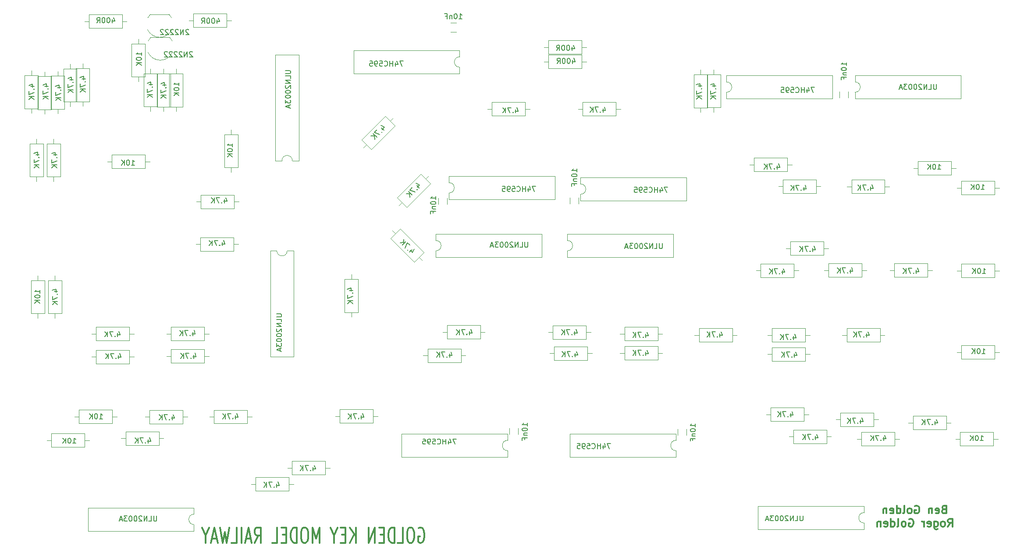
<source format=gbr>
%TF.GenerationSoftware,KiCad,Pcbnew,(5.1.6)-1*%
%TF.CreationDate,2020-06-24T17:28:06+01:00*%
%TF.ProjectId,panel-display,70616e65-6c2d-4646-9973-706c61792e6b,rev?*%
%TF.SameCoordinates,Original*%
%TF.FileFunction,Legend,Bot*%
%TF.FilePolarity,Positive*%
%FSLAX46Y46*%
G04 Gerber Fmt 4.6, Leading zero omitted, Abs format (unit mm)*
G04 Created by KiCad (PCBNEW (5.1.6)-1) date 2020-06-24 17:28:06*
%MOMM*%
%LPD*%
G01*
G04 APERTURE LIST*
%ADD10C,0.300000*%
%ADD11C,0.120000*%
%ADD12C,0.150000*%
G04 APERTURE END LIST*
D10*
X229609742Y-135015857D02*
X229395457Y-135087285D01*
X229324028Y-135158714D01*
X229252600Y-135301571D01*
X229252600Y-135515857D01*
X229324028Y-135658714D01*
X229395457Y-135730142D01*
X229538314Y-135801571D01*
X230109742Y-135801571D01*
X230109742Y-134301571D01*
X229609742Y-134301571D01*
X229466885Y-134373000D01*
X229395457Y-134444428D01*
X229324028Y-134587285D01*
X229324028Y-134730142D01*
X229395457Y-134873000D01*
X229466885Y-134944428D01*
X229609742Y-135015857D01*
X230109742Y-135015857D01*
X228038314Y-135730142D02*
X228181171Y-135801571D01*
X228466885Y-135801571D01*
X228609742Y-135730142D01*
X228681171Y-135587285D01*
X228681171Y-135015857D01*
X228609742Y-134873000D01*
X228466885Y-134801571D01*
X228181171Y-134801571D01*
X228038314Y-134873000D01*
X227966885Y-135015857D01*
X227966885Y-135158714D01*
X228681171Y-135301571D01*
X227324028Y-134801571D02*
X227324028Y-135801571D01*
X227324028Y-134944428D02*
X227252600Y-134873000D01*
X227109742Y-134801571D01*
X226895457Y-134801571D01*
X226752600Y-134873000D01*
X226681171Y-135015857D01*
X226681171Y-135801571D01*
X224038314Y-134373000D02*
X224181171Y-134301571D01*
X224395457Y-134301571D01*
X224609742Y-134373000D01*
X224752600Y-134515857D01*
X224824028Y-134658714D01*
X224895457Y-134944428D01*
X224895457Y-135158714D01*
X224824028Y-135444428D01*
X224752600Y-135587285D01*
X224609742Y-135730142D01*
X224395457Y-135801571D01*
X224252600Y-135801571D01*
X224038314Y-135730142D01*
X223966885Y-135658714D01*
X223966885Y-135158714D01*
X224252600Y-135158714D01*
X223109742Y-135801571D02*
X223252600Y-135730142D01*
X223324028Y-135658714D01*
X223395457Y-135515857D01*
X223395457Y-135087285D01*
X223324028Y-134944428D01*
X223252600Y-134873000D01*
X223109742Y-134801571D01*
X222895457Y-134801571D01*
X222752600Y-134873000D01*
X222681171Y-134944428D01*
X222609742Y-135087285D01*
X222609742Y-135515857D01*
X222681171Y-135658714D01*
X222752600Y-135730142D01*
X222895457Y-135801571D01*
X223109742Y-135801571D01*
X221752600Y-135801571D02*
X221895457Y-135730142D01*
X221966885Y-135587285D01*
X221966885Y-134301571D01*
X220538314Y-135801571D02*
X220538314Y-134301571D01*
X220538314Y-135730142D02*
X220681171Y-135801571D01*
X220966885Y-135801571D01*
X221109742Y-135730142D01*
X221181171Y-135658714D01*
X221252600Y-135515857D01*
X221252600Y-135087285D01*
X221181171Y-134944428D01*
X221109742Y-134873000D01*
X220966885Y-134801571D01*
X220681171Y-134801571D01*
X220538314Y-134873000D01*
X219252600Y-135730142D02*
X219395457Y-135801571D01*
X219681171Y-135801571D01*
X219824028Y-135730142D01*
X219895457Y-135587285D01*
X219895457Y-135015857D01*
X219824028Y-134873000D01*
X219681171Y-134801571D01*
X219395457Y-134801571D01*
X219252600Y-134873000D01*
X219181171Y-135015857D01*
X219181171Y-135158714D01*
X219895457Y-135301571D01*
X218538314Y-134801571D02*
X218538314Y-135801571D01*
X218538314Y-134944428D02*
X218466885Y-134873000D01*
X218324028Y-134801571D01*
X218109742Y-134801571D01*
X217966885Y-134873000D01*
X217895457Y-135015857D01*
X217895457Y-135801571D01*
X230395457Y-138351571D02*
X230895457Y-137637285D01*
X231252600Y-138351571D02*
X231252600Y-136851571D01*
X230681171Y-136851571D01*
X230538314Y-136923000D01*
X230466885Y-136994428D01*
X230395457Y-137137285D01*
X230395457Y-137351571D01*
X230466885Y-137494428D01*
X230538314Y-137565857D01*
X230681171Y-137637285D01*
X231252600Y-137637285D01*
X229538314Y-138351571D02*
X229681171Y-138280142D01*
X229752600Y-138208714D01*
X229824028Y-138065857D01*
X229824028Y-137637285D01*
X229752600Y-137494428D01*
X229681171Y-137423000D01*
X229538314Y-137351571D01*
X229324028Y-137351571D01*
X229181171Y-137423000D01*
X229109742Y-137494428D01*
X229038314Y-137637285D01*
X229038314Y-138065857D01*
X229109742Y-138208714D01*
X229181171Y-138280142D01*
X229324028Y-138351571D01*
X229538314Y-138351571D01*
X227752600Y-137351571D02*
X227752600Y-138565857D01*
X227824028Y-138708714D01*
X227895457Y-138780142D01*
X228038314Y-138851571D01*
X228252600Y-138851571D01*
X228395457Y-138780142D01*
X227752600Y-138280142D02*
X227895457Y-138351571D01*
X228181171Y-138351571D01*
X228324028Y-138280142D01*
X228395457Y-138208714D01*
X228466885Y-138065857D01*
X228466885Y-137637285D01*
X228395457Y-137494428D01*
X228324028Y-137423000D01*
X228181171Y-137351571D01*
X227895457Y-137351571D01*
X227752600Y-137423000D01*
X226466885Y-138280142D02*
X226609742Y-138351571D01*
X226895457Y-138351571D01*
X227038314Y-138280142D01*
X227109742Y-138137285D01*
X227109742Y-137565857D01*
X227038314Y-137423000D01*
X226895457Y-137351571D01*
X226609742Y-137351571D01*
X226466885Y-137423000D01*
X226395457Y-137565857D01*
X226395457Y-137708714D01*
X227109742Y-137851571D01*
X225752600Y-138351571D02*
X225752600Y-137351571D01*
X225752600Y-137637285D02*
X225681171Y-137494428D01*
X225609742Y-137423000D01*
X225466885Y-137351571D01*
X225324028Y-137351571D01*
X222895457Y-136923000D02*
X223038314Y-136851571D01*
X223252600Y-136851571D01*
X223466885Y-136923000D01*
X223609742Y-137065857D01*
X223681171Y-137208714D01*
X223752600Y-137494428D01*
X223752600Y-137708714D01*
X223681171Y-137994428D01*
X223609742Y-138137285D01*
X223466885Y-138280142D01*
X223252600Y-138351571D01*
X223109742Y-138351571D01*
X222895457Y-138280142D01*
X222824028Y-138208714D01*
X222824028Y-137708714D01*
X223109742Y-137708714D01*
X221966885Y-138351571D02*
X222109742Y-138280142D01*
X222181171Y-138208714D01*
X222252600Y-138065857D01*
X222252600Y-137637285D01*
X222181171Y-137494428D01*
X222109742Y-137423000D01*
X221966885Y-137351571D01*
X221752600Y-137351571D01*
X221609742Y-137423000D01*
X221538314Y-137494428D01*
X221466885Y-137637285D01*
X221466885Y-138065857D01*
X221538314Y-138208714D01*
X221609742Y-138280142D01*
X221752600Y-138351571D01*
X221966885Y-138351571D01*
X220609742Y-138351571D02*
X220752600Y-138280142D01*
X220824028Y-138137285D01*
X220824028Y-136851571D01*
X219395457Y-138351571D02*
X219395457Y-136851571D01*
X219395457Y-138280142D02*
X219538314Y-138351571D01*
X219824028Y-138351571D01*
X219966885Y-138280142D01*
X220038314Y-138208714D01*
X220109742Y-138065857D01*
X220109742Y-137637285D01*
X220038314Y-137494428D01*
X219966885Y-137423000D01*
X219824028Y-137351571D01*
X219538314Y-137351571D01*
X219395457Y-137423000D01*
X218109742Y-138280142D02*
X218252600Y-138351571D01*
X218538314Y-138351571D01*
X218681171Y-138280142D01*
X218752600Y-138137285D01*
X218752600Y-137565857D01*
X218681171Y-137423000D01*
X218538314Y-137351571D01*
X218252600Y-137351571D01*
X218109742Y-137423000D01*
X218038314Y-137565857D01*
X218038314Y-137708714D01*
X218752600Y-137851571D01*
X217395457Y-137351571D02*
X217395457Y-138351571D01*
X217395457Y-137494428D02*
X217324028Y-137423000D01*
X217181171Y-137351571D01*
X216966885Y-137351571D01*
X216824028Y-137423000D01*
X216752600Y-137565857D01*
X216752600Y-138351571D01*
X128137295Y-138657200D02*
X128327771Y-138514342D01*
X128613485Y-138514342D01*
X128899200Y-138657200D01*
X129089676Y-138942914D01*
X129184914Y-139228628D01*
X129280152Y-139800057D01*
X129280152Y-140228628D01*
X129184914Y-140800057D01*
X129089676Y-141085771D01*
X128899200Y-141371485D01*
X128613485Y-141514342D01*
X128423009Y-141514342D01*
X128137295Y-141371485D01*
X128042057Y-141228628D01*
X128042057Y-140228628D01*
X128423009Y-140228628D01*
X126803961Y-138514342D02*
X126423009Y-138514342D01*
X126232533Y-138657200D01*
X126042057Y-138942914D01*
X125946819Y-139514342D01*
X125946819Y-140514342D01*
X126042057Y-141085771D01*
X126232533Y-141371485D01*
X126423009Y-141514342D01*
X126803961Y-141514342D01*
X126994438Y-141371485D01*
X127184914Y-141085771D01*
X127280152Y-140514342D01*
X127280152Y-139514342D01*
X127184914Y-138942914D01*
X126994438Y-138657200D01*
X126803961Y-138514342D01*
X124137295Y-141514342D02*
X125089676Y-141514342D01*
X125089676Y-138514342D01*
X123470628Y-141514342D02*
X123470628Y-138514342D01*
X122994438Y-138514342D01*
X122708723Y-138657200D01*
X122518247Y-138942914D01*
X122423009Y-139228628D01*
X122327771Y-139800057D01*
X122327771Y-140228628D01*
X122423009Y-140800057D01*
X122518247Y-141085771D01*
X122708723Y-141371485D01*
X122994438Y-141514342D01*
X123470628Y-141514342D01*
X121470628Y-139942914D02*
X120803961Y-139942914D01*
X120518247Y-141514342D02*
X121470628Y-141514342D01*
X121470628Y-138514342D01*
X120518247Y-138514342D01*
X119661104Y-141514342D02*
X119661104Y-138514342D01*
X118518247Y-141514342D01*
X118518247Y-138514342D01*
X116042057Y-141514342D02*
X116042057Y-138514342D01*
X114899200Y-141514342D02*
X115756342Y-139800057D01*
X114899200Y-138514342D02*
X116042057Y-140228628D01*
X114042057Y-139942914D02*
X113375390Y-139942914D01*
X113089676Y-141514342D02*
X114042057Y-141514342D01*
X114042057Y-138514342D01*
X113089676Y-138514342D01*
X111851580Y-140085771D02*
X111851580Y-141514342D01*
X112518247Y-138514342D02*
X111851580Y-140085771D01*
X111184914Y-138514342D01*
X108994438Y-141514342D02*
X108994438Y-138514342D01*
X108327771Y-140657200D01*
X107661104Y-138514342D01*
X107661104Y-141514342D01*
X106327771Y-138514342D02*
X105946819Y-138514342D01*
X105756342Y-138657200D01*
X105565866Y-138942914D01*
X105470628Y-139514342D01*
X105470628Y-140514342D01*
X105565866Y-141085771D01*
X105756342Y-141371485D01*
X105946819Y-141514342D01*
X106327771Y-141514342D01*
X106518247Y-141371485D01*
X106708723Y-141085771D01*
X106803961Y-140514342D01*
X106803961Y-139514342D01*
X106708723Y-138942914D01*
X106518247Y-138657200D01*
X106327771Y-138514342D01*
X104613485Y-141514342D02*
X104613485Y-138514342D01*
X104137295Y-138514342D01*
X103851580Y-138657200D01*
X103661104Y-138942914D01*
X103565866Y-139228628D01*
X103470628Y-139800057D01*
X103470628Y-140228628D01*
X103565866Y-140800057D01*
X103661104Y-141085771D01*
X103851580Y-141371485D01*
X104137295Y-141514342D01*
X104613485Y-141514342D01*
X102613485Y-139942914D02*
X101946819Y-139942914D01*
X101661104Y-141514342D02*
X102613485Y-141514342D01*
X102613485Y-138514342D01*
X101661104Y-138514342D01*
X99851580Y-141514342D02*
X100803961Y-141514342D01*
X100803961Y-138514342D01*
X96518247Y-141514342D02*
X97184914Y-140085771D01*
X97661104Y-141514342D02*
X97661104Y-138514342D01*
X96899200Y-138514342D01*
X96708723Y-138657200D01*
X96613485Y-138800057D01*
X96518247Y-139085771D01*
X96518247Y-139514342D01*
X96613485Y-139800057D01*
X96708723Y-139942914D01*
X96899200Y-140085771D01*
X97661104Y-140085771D01*
X95756342Y-140657200D02*
X94803961Y-140657200D01*
X95946819Y-141514342D02*
X95280152Y-138514342D01*
X94613485Y-141514342D01*
X93946819Y-141514342D02*
X93946819Y-138514342D01*
X92042057Y-141514342D02*
X92994438Y-141514342D01*
X92994438Y-138514342D01*
X91565866Y-138514342D02*
X91089676Y-141514342D01*
X90708723Y-139371485D01*
X90327771Y-141514342D01*
X89851580Y-138514342D01*
X89184914Y-140657200D02*
X88232533Y-140657200D01*
X89375390Y-141514342D02*
X88708723Y-138514342D01*
X88042057Y-141514342D01*
X86994438Y-140085771D02*
X86994438Y-141514342D01*
X87661104Y-138514342D02*
X86994438Y-140085771D01*
X86327771Y-138514342D01*
D11*
%TO.C,U7*%
X102777800Y-85055400D02*
X104027800Y-85055400D01*
X104027800Y-85055400D02*
X104027800Y-105495400D01*
X104027800Y-105495400D02*
X99527800Y-105495400D01*
X99527800Y-105495400D02*
X99527800Y-85055400D01*
X99527800Y-85055400D02*
X100777800Y-85055400D01*
X100777800Y-85055400D02*
G75*
G03*
X102777800Y-85055400I1000000J0D01*
G01*
%TO.C,U8*%
X156912000Y-83074000D02*
X156912000Y-81824000D01*
X156912000Y-81824000D02*
X177352000Y-81824000D01*
X177352000Y-81824000D02*
X177352000Y-86324000D01*
X177352000Y-86324000D02*
X156912000Y-86324000D01*
X156912000Y-86324000D02*
X156912000Y-85074000D01*
X156912000Y-85074000D02*
G75*
G03*
X156912000Y-83074000I0J1000000D01*
G01*
%TO.C,U3*%
X214182000Y-137652000D02*
X214182000Y-138902000D01*
X214182000Y-138902000D02*
X193742000Y-138902000D01*
X193742000Y-138902000D02*
X193742000Y-134402000D01*
X193742000Y-134402000D02*
X214182000Y-134402000D01*
X214182000Y-134402000D02*
X214182000Y-135652000D01*
X214182000Y-135652000D02*
G75*
G03*
X214182000Y-137652000I0J-1000000D01*
G01*
%TO.C,U6*%
X177860000Y-123682000D02*
X177860000Y-124932000D01*
X177860000Y-124932000D02*
X157420000Y-124932000D01*
X157420000Y-124932000D02*
X157420000Y-120432000D01*
X157420000Y-120432000D02*
X177860000Y-120432000D01*
X177860000Y-120432000D02*
X177860000Y-121682000D01*
X177860000Y-121682000D02*
G75*
G03*
X177860000Y-123682000I0J-1000000D01*
G01*
%TO.C,U5*%
X134052000Y-71898000D02*
X134052000Y-70648000D01*
X134052000Y-70648000D02*
X154492000Y-70648000D01*
X154492000Y-70648000D02*
X154492000Y-75148000D01*
X154492000Y-75148000D02*
X134052000Y-75148000D01*
X134052000Y-75148000D02*
X134052000Y-73898000D01*
X134052000Y-73898000D02*
G75*
G03*
X134052000Y-71898000I0J1000000D01*
G01*
%TO.C,U4*%
X145348000Y-123682000D02*
X145348000Y-124932000D01*
X145348000Y-124932000D02*
X124908000Y-124932000D01*
X124908000Y-124932000D02*
X124908000Y-120432000D01*
X124908000Y-120432000D02*
X145348000Y-120432000D01*
X145348000Y-120432000D02*
X145348000Y-121682000D01*
X145348000Y-121682000D02*
G75*
G03*
X145348000Y-123682000I0J-1000000D01*
G01*
%TO.C,U2*%
X131512000Y-83074000D02*
X131512000Y-81824000D01*
X131512000Y-81824000D02*
X151952000Y-81824000D01*
X151952000Y-81824000D02*
X151952000Y-86324000D01*
X151952000Y-86324000D02*
X131512000Y-86324000D01*
X131512000Y-86324000D02*
X131512000Y-85074000D01*
X131512000Y-85074000D02*
G75*
G03*
X131512000Y-83074000I0J1000000D01*
G01*
%TO.C,U1*%
X84769000Y-137956800D02*
X84769000Y-139206800D01*
X84769000Y-139206800D02*
X64329000Y-139206800D01*
X64329000Y-139206800D02*
X64329000Y-134706800D01*
X64329000Y-134706800D02*
X84769000Y-134706800D01*
X84769000Y-134706800D02*
X84769000Y-135956800D01*
X84769000Y-135956800D02*
G75*
G03*
X84769000Y-137956800I0J-1000000D01*
G01*
%TO.C,R68*%
X142332000Y-58968000D02*
X142332000Y-56348000D01*
X142332000Y-56348000D02*
X148752000Y-56348000D01*
X148752000Y-56348000D02*
X148752000Y-58968000D01*
X148752000Y-58968000D02*
X142332000Y-58968000D01*
X141442000Y-57658000D02*
X142332000Y-57658000D01*
X149642000Y-57658000D02*
X148752000Y-57658000D01*
%TO.C,R67*%
X166278000Y-56348000D02*
X166278000Y-58968000D01*
X166278000Y-58968000D02*
X159858000Y-58968000D01*
X159858000Y-58968000D02*
X159858000Y-56348000D01*
X159858000Y-56348000D02*
X166278000Y-56348000D01*
X167168000Y-57658000D02*
X166278000Y-57658000D01*
X158968000Y-57658000D02*
X159858000Y-57658000D01*
%TO.C,R66*%
X121703400Y-59069980D02*
X123556020Y-60922600D01*
X123556020Y-60922600D02*
X119016395Y-65462225D01*
X119016395Y-65462225D02*
X117163775Y-63609605D01*
X117163775Y-63609605D02*
X121703400Y-59069980D01*
X123259035Y-59366965D02*
X122629710Y-59996290D01*
X117460760Y-65165240D02*
X118090085Y-64535915D01*
%TO.C,R65*%
X128561400Y-70258680D02*
X130414020Y-72111300D01*
X130414020Y-72111300D02*
X125874395Y-76650925D01*
X125874395Y-76650925D02*
X124021775Y-74798305D01*
X124021775Y-74798305D02*
X128561400Y-70258680D01*
X130117035Y-70555665D02*
X129487710Y-71184990D01*
X124318760Y-76353940D02*
X124948085Y-75724615D01*
%TO.C,R64*%
X160791600Y-103553900D02*
X160791600Y-106173900D01*
X160791600Y-106173900D02*
X154371600Y-106173900D01*
X154371600Y-106173900D02*
X154371600Y-103553900D01*
X154371600Y-103553900D02*
X160791600Y-103553900D01*
X161681600Y-104863900D02*
X160791600Y-104863900D01*
X153481600Y-104863900D02*
X154371600Y-104863900D01*
%TO.C,R63*%
X129924100Y-106631100D02*
X129924100Y-104011100D01*
X129924100Y-104011100D02*
X136344100Y-104011100D01*
X136344100Y-104011100D02*
X136344100Y-106631100D01*
X136344100Y-106631100D02*
X129924100Y-106631100D01*
X129034100Y-105321100D02*
X129924100Y-105321100D01*
X137234100Y-105321100D02*
X136344100Y-105321100D01*
%TO.C,R62*%
X80356000Y-106720000D02*
X80356000Y-104100000D01*
X80356000Y-104100000D02*
X86776000Y-104100000D01*
X86776000Y-104100000D02*
X86776000Y-106720000D01*
X86776000Y-106720000D02*
X80356000Y-106720000D01*
X79466000Y-105410000D02*
X80356000Y-105410000D01*
X87666000Y-105410000D02*
X86776000Y-105410000D01*
%TO.C,R61*%
X82623100Y-115834800D02*
X82623100Y-118454800D01*
X82623100Y-118454800D02*
X76203100Y-118454800D01*
X76203100Y-118454800D02*
X76203100Y-115834800D01*
X76203100Y-115834800D02*
X82623100Y-115834800D01*
X83513100Y-117144800D02*
X82623100Y-117144800D01*
X75313100Y-117144800D02*
X76203100Y-117144800D01*
%TO.C,R60*%
X207356000Y-90146500D02*
X207356000Y-87526500D01*
X207356000Y-87526500D02*
X213776000Y-87526500D01*
X213776000Y-87526500D02*
X213776000Y-90146500D01*
X213776000Y-90146500D02*
X207356000Y-90146500D01*
X206466000Y-88836500D02*
X207356000Y-88836500D01*
X214666000Y-88836500D02*
X213776000Y-88836500D01*
%TO.C,R59*%
X202854000Y-100036000D02*
X202854000Y-102656000D01*
X202854000Y-102656000D02*
X196434000Y-102656000D01*
X196434000Y-102656000D02*
X196434000Y-100036000D01*
X196434000Y-100036000D02*
X202854000Y-100036000D01*
X203744000Y-101346000D02*
X202854000Y-101346000D01*
X195544000Y-101346000D02*
X196434000Y-101346000D01*
%TO.C,R58*%
X218208300Y-71334000D02*
X218208300Y-73954000D01*
X218208300Y-73954000D02*
X211788300Y-73954000D01*
X211788300Y-73954000D02*
X211788300Y-71334000D01*
X211788300Y-71334000D02*
X218208300Y-71334000D01*
X219098300Y-72644000D02*
X218208300Y-72644000D01*
X210898300Y-72644000D02*
X211788300Y-72644000D01*
%TO.C,R57*%
X181316000Y-50993600D02*
X183936000Y-50993600D01*
X183936000Y-50993600D02*
X183936000Y-57413600D01*
X183936000Y-57413600D02*
X181316000Y-57413600D01*
X181316000Y-57413600D02*
X181316000Y-50993600D01*
X182626000Y-50103600D02*
X182626000Y-50993600D01*
X182626000Y-58303600D02*
X182626000Y-57413600D01*
%TO.C,R56*%
X129144020Y-85381400D02*
X127291400Y-87234020D01*
X127291400Y-87234020D02*
X122751775Y-82694395D01*
X122751775Y-82694395D02*
X124604395Y-80841775D01*
X124604395Y-80841775D02*
X129144020Y-85381400D01*
X128847035Y-86937035D02*
X128217710Y-86307710D01*
X123048760Y-81138760D02*
X123678085Y-81768085D01*
%TO.C,R55*%
X174355200Y-99794700D02*
X174355200Y-102414700D01*
X174355200Y-102414700D02*
X167935200Y-102414700D01*
X167935200Y-102414700D02*
X167935200Y-99794700D01*
X167935200Y-99794700D02*
X174355200Y-99794700D01*
X175245200Y-101104700D02*
X174355200Y-101104700D01*
X167045200Y-101104700D02*
X167935200Y-101104700D01*
%TO.C,R54*%
X182337000Y-102656000D02*
X182337000Y-100036000D01*
X182337000Y-100036000D02*
X188757000Y-100036000D01*
X188757000Y-100036000D02*
X188757000Y-102656000D01*
X188757000Y-102656000D02*
X182337000Y-102656000D01*
X181447000Y-101346000D02*
X182337000Y-101346000D01*
X189647000Y-101346000D02*
X188757000Y-101346000D01*
%TO.C,R53*%
X199374200Y-67117600D02*
X199374200Y-69737600D01*
X199374200Y-69737600D02*
X192954200Y-69737600D01*
X192954200Y-69737600D02*
X192954200Y-67117600D01*
X192954200Y-67117600D02*
X199374200Y-67117600D01*
X200264200Y-68427600D02*
X199374200Y-68427600D01*
X192064200Y-68427600D02*
X192954200Y-68427600D01*
%TO.C,R52*%
X86045600Y-85117300D02*
X86045600Y-82497300D01*
X86045600Y-82497300D02*
X92465600Y-82497300D01*
X92465600Y-82497300D02*
X92465600Y-85117300D01*
X92465600Y-85117300D02*
X86045600Y-85117300D01*
X85155600Y-83807300D02*
X86045600Y-83807300D01*
X93355600Y-83807300D02*
X92465600Y-83807300D01*
%TO.C,R51*%
X65878000Y-102402000D02*
X65878000Y-99782000D01*
X65878000Y-99782000D02*
X72298000Y-99782000D01*
X72298000Y-99782000D02*
X72298000Y-102402000D01*
X72298000Y-102402000D02*
X65878000Y-102402000D01*
X64988000Y-101092000D02*
X65878000Y-101092000D01*
X73188000Y-101092000D02*
X72298000Y-101092000D01*
%TO.C,R50*%
X56348000Y-64354000D02*
X58968000Y-64354000D01*
X58968000Y-64354000D02*
X58968000Y-70774000D01*
X58968000Y-70774000D02*
X56348000Y-70774000D01*
X56348000Y-70774000D02*
X56348000Y-64354000D01*
X57658000Y-63464000D02*
X57658000Y-64354000D01*
X57658000Y-71664000D02*
X57658000Y-70774000D01*
%TO.C,R49*%
X53046000Y-64354000D02*
X55666000Y-64354000D01*
X55666000Y-64354000D02*
X55666000Y-70774000D01*
X55666000Y-70774000D02*
X53046000Y-70774000D01*
X53046000Y-70774000D02*
X53046000Y-64354000D01*
X54356000Y-63464000D02*
X54356000Y-64354000D01*
X54356000Y-71664000D02*
X54356000Y-70774000D01*
%TO.C,R48*%
X54595400Y-51349200D02*
X57215400Y-51349200D01*
X57215400Y-51349200D02*
X57215400Y-57769200D01*
X57215400Y-57769200D02*
X54595400Y-57769200D01*
X54595400Y-57769200D02*
X54595400Y-51349200D01*
X55905400Y-50459200D02*
X55905400Y-51349200D01*
X55905400Y-58659200D02*
X55905400Y-57769200D01*
%TO.C,R47*%
X59548400Y-49876000D02*
X62168400Y-49876000D01*
X62168400Y-49876000D02*
X62168400Y-56296000D01*
X62168400Y-56296000D02*
X59548400Y-56296000D01*
X59548400Y-56296000D02*
X59548400Y-49876000D01*
X60858400Y-48986000D02*
X60858400Y-49876000D01*
X60858400Y-57186000D02*
X60858400Y-56296000D01*
%TO.C,R46*%
X200561500Y-122277500D02*
X200561500Y-119657500D01*
X200561500Y-119657500D02*
X206981500Y-119657500D01*
X206981500Y-119657500D02*
X206981500Y-122277500D01*
X206981500Y-122277500D02*
X200561500Y-122277500D01*
X199671500Y-120967500D02*
X200561500Y-120967500D01*
X207871500Y-120967500D02*
X206981500Y-120967500D01*
%TO.C,R45*%
X223662800Y-119597800D02*
X223662800Y-116977800D01*
X223662800Y-116977800D02*
X230082800Y-116977800D01*
X230082800Y-116977800D02*
X230082800Y-119597800D01*
X230082800Y-119597800D02*
X223662800Y-119597800D01*
X222772800Y-118287800D02*
X223662800Y-118287800D01*
X230972800Y-118287800D02*
X230082800Y-118287800D01*
%TO.C,R44*%
X167947900Y-106148500D02*
X167947900Y-103528500D01*
X167947900Y-103528500D02*
X174367900Y-103528500D01*
X174367900Y-103528500D02*
X174367900Y-106148500D01*
X174367900Y-106148500D02*
X167947900Y-106148500D01*
X167057900Y-104838500D02*
X167947900Y-104838500D01*
X175257900Y-104838500D02*
X174367900Y-104838500D01*
%TO.C,R43*%
X202854000Y-103719000D02*
X202854000Y-106339000D01*
X202854000Y-106339000D02*
X196434000Y-106339000D01*
X196434000Y-106339000D02*
X196434000Y-103719000D01*
X196434000Y-103719000D02*
X202854000Y-103719000D01*
X203744000Y-105029000D02*
X202854000Y-105029000D01*
X195544000Y-105029000D02*
X196434000Y-105029000D01*
%TO.C,R42*%
X103133600Y-128839600D02*
X103133600Y-131459600D01*
X103133600Y-131459600D02*
X96713600Y-131459600D01*
X96713600Y-131459600D02*
X96713600Y-128839600D01*
X96713600Y-128839600D02*
X103133600Y-128839600D01*
X104023600Y-130149600D02*
X103133600Y-130149600D01*
X95823600Y-130149600D02*
X96713600Y-130149600D01*
%TO.C,R41*%
X133683300Y-102071800D02*
X133683300Y-99451800D01*
X133683300Y-99451800D02*
X140103300Y-99451800D01*
X140103300Y-99451800D02*
X140103300Y-102071800D01*
X140103300Y-102071800D02*
X133683300Y-102071800D01*
X132793300Y-100761800D02*
X133683300Y-100761800D01*
X140993300Y-100761800D02*
X140103300Y-100761800D01*
%TO.C,R40*%
X103724000Y-128310000D02*
X103724000Y-125690000D01*
X103724000Y-125690000D02*
X110144000Y-125690000D01*
X110144000Y-125690000D02*
X110144000Y-128310000D01*
X110144000Y-128310000D02*
X103724000Y-128310000D01*
X102834000Y-127000000D02*
X103724000Y-127000000D01*
X111034000Y-127000000D02*
X110144000Y-127000000D01*
%TO.C,R39*%
X88649100Y-118442100D02*
X88649100Y-115822100D01*
X88649100Y-115822100D02*
X95069100Y-115822100D01*
X95069100Y-115822100D02*
X95069100Y-118442100D01*
X95069100Y-118442100D02*
X88649100Y-118442100D01*
X87759100Y-117132100D02*
X88649100Y-117132100D01*
X95959100Y-117132100D02*
X95069100Y-117132100D01*
%TO.C,R38*%
X65878000Y-106859700D02*
X65878000Y-104239700D01*
X65878000Y-104239700D02*
X72298000Y-104239700D01*
X72298000Y-104239700D02*
X72298000Y-106859700D01*
X72298000Y-106859700D02*
X65878000Y-106859700D01*
X64988000Y-105549700D02*
X65878000Y-105549700D01*
X73188000Y-105549700D02*
X72298000Y-105549700D01*
%TO.C,R37*%
X226476000Y-87526500D02*
X226476000Y-90146500D01*
X226476000Y-90146500D02*
X220056000Y-90146500D01*
X220056000Y-90146500D02*
X220056000Y-87526500D01*
X220056000Y-87526500D02*
X226476000Y-87526500D01*
X227366000Y-88836500D02*
X226476000Y-88836500D01*
X219166000Y-88836500D02*
X220056000Y-88836500D01*
%TO.C,R36*%
X217293900Y-100036000D02*
X217293900Y-102656000D01*
X217293900Y-102656000D02*
X210873900Y-102656000D01*
X210873900Y-102656000D02*
X210873900Y-100036000D01*
X210873900Y-100036000D02*
X217293900Y-100036000D01*
X218183900Y-101346000D02*
X217293900Y-101346000D01*
X209983900Y-101346000D02*
X210873900Y-101346000D01*
%TO.C,R35*%
X206410000Y-83272000D02*
X206410000Y-85892000D01*
X206410000Y-85892000D02*
X199990000Y-85892000D01*
X199990000Y-85892000D02*
X199990000Y-83272000D01*
X199990000Y-83272000D02*
X206410000Y-83272000D01*
X207300000Y-84582000D02*
X206410000Y-84582000D01*
X199100000Y-84582000D02*
X199990000Y-84582000D01*
%TO.C,R34*%
X183856000Y-50968200D02*
X186476000Y-50968200D01*
X186476000Y-50968200D02*
X186476000Y-57388200D01*
X186476000Y-57388200D02*
X183856000Y-57388200D01*
X183856000Y-57388200D02*
X183856000Y-50968200D01*
X185166000Y-50078200D02*
X185166000Y-50968200D01*
X185166000Y-58278200D02*
X185166000Y-57388200D01*
%TO.C,R33*%
X116486300Y-96961400D02*
X113866300Y-96961400D01*
X113866300Y-96961400D02*
X113866300Y-90541400D01*
X113866300Y-90541400D02*
X116486300Y-90541400D01*
X116486300Y-90541400D02*
X116486300Y-96961400D01*
X115176300Y-97851400D02*
X115176300Y-96961400D01*
X115176300Y-89651400D02*
X115176300Y-90541400D01*
%TO.C,R32*%
X160537600Y-99515300D02*
X160537600Y-102135300D01*
X160537600Y-102135300D02*
X154117600Y-102135300D01*
X154117600Y-102135300D02*
X154117600Y-99515300D01*
X154117600Y-99515300D02*
X160537600Y-99515300D01*
X161427600Y-100825300D02*
X160537600Y-100825300D01*
X153227600Y-100825300D02*
X154117600Y-100825300D01*
%TO.C,R31*%
X200656900Y-87551900D02*
X200656900Y-90171900D01*
X200656900Y-90171900D02*
X194236900Y-90171900D01*
X194236900Y-90171900D02*
X194236900Y-87551900D01*
X194236900Y-87551900D02*
X200656900Y-87551900D01*
X201546900Y-88861900D02*
X200656900Y-88861900D01*
X193346900Y-88861900D02*
X194236900Y-88861900D01*
%TO.C,R30*%
X204949500Y-71321300D02*
X204949500Y-73941300D01*
X204949500Y-73941300D02*
X198529500Y-73941300D01*
X198529500Y-73941300D02*
X198529500Y-71321300D01*
X198529500Y-71321300D02*
X204949500Y-71321300D01*
X205839500Y-72631300D02*
X204949500Y-72631300D01*
X197639500Y-72631300D02*
X198529500Y-72631300D01*
%TO.C,R29*%
X86121800Y-76913100D02*
X86121800Y-74293100D01*
X86121800Y-74293100D02*
X92541800Y-74293100D01*
X92541800Y-74293100D02*
X92541800Y-76913100D01*
X92541800Y-76913100D02*
X86121800Y-76913100D01*
X85231800Y-75603100D02*
X86121800Y-75603100D01*
X93431800Y-75603100D02*
X92541800Y-75603100D01*
%TO.C,R28*%
X59222000Y-97190000D02*
X56602000Y-97190000D01*
X56602000Y-97190000D02*
X56602000Y-90770000D01*
X56602000Y-90770000D02*
X59222000Y-90770000D01*
X59222000Y-90770000D02*
X59222000Y-97190000D01*
X57912000Y-98080000D02*
X57912000Y-97190000D01*
X57912000Y-89880000D02*
X57912000Y-90770000D01*
%TO.C,R27*%
X80356000Y-102402000D02*
X80356000Y-99782000D01*
X80356000Y-99782000D02*
X86776000Y-99782000D01*
X86776000Y-99782000D02*
X86776000Y-102402000D01*
X86776000Y-102402000D02*
X80356000Y-102402000D01*
X79466000Y-101092000D02*
X80356000Y-101092000D01*
X87666000Y-101092000D02*
X86776000Y-101092000D01*
%TO.C,R26*%
X52080800Y-51171400D02*
X54700800Y-51171400D01*
X54700800Y-51171400D02*
X54700800Y-57591400D01*
X54700800Y-57591400D02*
X52080800Y-57591400D01*
X52080800Y-57591400D02*
X52080800Y-51171400D01*
X53390800Y-50281400D02*
X53390800Y-51171400D01*
X53390800Y-58481400D02*
X53390800Y-57591400D01*
%TO.C,R25*%
X57160800Y-51273000D02*
X59780800Y-51273000D01*
X59780800Y-51273000D02*
X59780800Y-57693000D01*
X59780800Y-57693000D02*
X57160800Y-57693000D01*
X57160800Y-57693000D02*
X57160800Y-51273000D01*
X58470800Y-50383000D02*
X58470800Y-51273000D01*
X58470800Y-58583000D02*
X58470800Y-57693000D01*
%TO.C,R24*%
X61961400Y-49799800D02*
X64581400Y-49799800D01*
X64581400Y-49799800D02*
X64581400Y-56219800D01*
X64581400Y-56219800D02*
X61961400Y-56219800D01*
X61961400Y-56219800D02*
X61961400Y-49799800D01*
X63271400Y-48909800D02*
X63271400Y-49799800D01*
X63271400Y-57109800D02*
X63271400Y-56219800D01*
%TO.C,R23*%
X216074700Y-116342800D02*
X216074700Y-118962800D01*
X216074700Y-118962800D02*
X209654700Y-118962800D01*
X209654700Y-118962800D02*
X209654700Y-116342800D01*
X209654700Y-116342800D02*
X216074700Y-116342800D01*
X216964700Y-117652800D02*
X216074700Y-117652800D01*
X208764700Y-117652800D02*
X209654700Y-117652800D01*
%TO.C,R22*%
X213706000Y-122722000D02*
X213706000Y-120102000D01*
X213706000Y-120102000D02*
X220126000Y-120102000D01*
X220126000Y-120102000D02*
X220126000Y-122722000D01*
X220126000Y-122722000D02*
X213706000Y-122722000D01*
X212816000Y-121412000D02*
X213706000Y-121412000D01*
X221016000Y-121412000D02*
X220126000Y-121412000D01*
%TO.C,R21*%
X112944200Y-118353200D02*
X112944200Y-115733200D01*
X112944200Y-115733200D02*
X119364200Y-115733200D01*
X119364200Y-115733200D02*
X119364200Y-118353200D01*
X119364200Y-118353200D02*
X112944200Y-118353200D01*
X112054200Y-117043200D02*
X112944200Y-117043200D01*
X120254200Y-117043200D02*
X119364200Y-117043200D01*
%TO.C,R20*%
X202600000Y-115364900D02*
X202600000Y-117984900D01*
X202600000Y-117984900D02*
X196180000Y-117984900D01*
X196180000Y-117984900D02*
X196180000Y-115364900D01*
X196180000Y-115364900D02*
X202600000Y-115364900D01*
X203490000Y-116674900D02*
X202600000Y-116674900D01*
X195290000Y-116674900D02*
X196180000Y-116674900D01*
%TO.C,R19*%
X78013000Y-119975000D02*
X78013000Y-122595000D01*
X78013000Y-122595000D02*
X71593000Y-122595000D01*
X71593000Y-122595000D02*
X71593000Y-119975000D01*
X71593000Y-119975000D02*
X78013000Y-119975000D01*
X78903000Y-121285000D02*
X78013000Y-121285000D01*
X70703000Y-121285000D02*
X71593000Y-121285000D01*
%TO.C,R18*%
X153254000Y-49824000D02*
X153254000Y-47204000D01*
X153254000Y-47204000D02*
X159674000Y-47204000D01*
X159674000Y-47204000D02*
X159674000Y-49824000D01*
X159674000Y-49824000D02*
X153254000Y-49824000D01*
X152364000Y-48514000D02*
X153254000Y-48514000D01*
X160564000Y-48514000D02*
X159674000Y-48514000D01*
%TO.C,R17*%
X153254000Y-47030000D02*
X153254000Y-44410000D01*
X153254000Y-44410000D02*
X159674000Y-44410000D01*
X159674000Y-44410000D02*
X159674000Y-47030000D01*
X159674000Y-47030000D02*
X153254000Y-47030000D01*
X152364000Y-45720000D02*
X153254000Y-45720000D01*
X160564000Y-45720000D02*
X159674000Y-45720000D01*
%TO.C,R16*%
X91106700Y-39253800D02*
X91106700Y-41873800D01*
X91106700Y-41873800D02*
X84686700Y-41873800D01*
X84686700Y-41873800D02*
X84686700Y-39253800D01*
X84686700Y-39253800D02*
X91106700Y-39253800D01*
X91996700Y-40563800D02*
X91106700Y-40563800D01*
X83796700Y-40563800D02*
X84686700Y-40563800D01*
%TO.C,R15*%
X64506400Y-42064300D02*
X64506400Y-39444300D01*
X64506400Y-39444300D02*
X70926400Y-39444300D01*
X70926400Y-39444300D02*
X70926400Y-42064300D01*
X70926400Y-42064300D02*
X64506400Y-42064300D01*
X63616400Y-40754300D02*
X64506400Y-40754300D01*
X71816400Y-40754300D02*
X70926400Y-40754300D01*
%TO.C,R14*%
X75338300Y-51470000D02*
X72718300Y-51470000D01*
X72718300Y-51470000D02*
X72718300Y-45050000D01*
X72718300Y-45050000D02*
X75338300Y-45050000D01*
X75338300Y-45050000D02*
X75338300Y-51470000D01*
X74028300Y-52360000D02*
X74028300Y-51470000D01*
X74028300Y-44160000D02*
X74028300Y-45050000D01*
%TO.C,R13*%
X82628100Y-57248500D02*
X80008100Y-57248500D01*
X80008100Y-57248500D02*
X80008100Y-50828500D01*
X80008100Y-50828500D02*
X82628100Y-50828500D01*
X82628100Y-50828500D02*
X82628100Y-57248500D01*
X81318100Y-58138500D02*
X81318100Y-57248500D01*
X81318100Y-49938500D02*
X81318100Y-50828500D01*
%TO.C,R12*%
X77700500Y-57223100D02*
X75080500Y-57223100D01*
X75080500Y-57223100D02*
X75080500Y-50803100D01*
X75080500Y-50803100D02*
X77700500Y-50803100D01*
X77700500Y-50803100D02*
X77700500Y-57223100D01*
X76390500Y-58113100D02*
X76390500Y-57223100D01*
X76390500Y-49913100D02*
X76390500Y-50803100D01*
%TO.C,R11*%
X80215100Y-57235800D02*
X77595100Y-57235800D01*
X77595100Y-57235800D02*
X77595100Y-50815800D01*
X77595100Y-50815800D02*
X80215100Y-50815800D01*
X80215100Y-50815800D02*
X80215100Y-57235800D01*
X78905100Y-58125800D02*
X78905100Y-57235800D01*
X78905100Y-49925800D02*
X78905100Y-50815800D01*
%TO.C,R10*%
X232756000Y-122722000D02*
X232756000Y-120102000D01*
X232756000Y-120102000D02*
X239176000Y-120102000D01*
X239176000Y-120102000D02*
X239176000Y-122722000D01*
X239176000Y-122722000D02*
X232756000Y-122722000D01*
X231866000Y-121412000D02*
X232756000Y-121412000D01*
X240066000Y-121412000D02*
X239176000Y-121412000D01*
%TO.C,R9*%
X233010000Y-105958000D02*
X233010000Y-103338000D01*
X233010000Y-103338000D02*
X239430000Y-103338000D01*
X239430000Y-103338000D02*
X239430000Y-105958000D01*
X239430000Y-105958000D02*
X233010000Y-105958000D01*
X232120000Y-104648000D02*
X233010000Y-104648000D01*
X240320000Y-104648000D02*
X239430000Y-104648000D01*
%TO.C,R8*%
X233010000Y-90210000D02*
X233010000Y-87590000D01*
X233010000Y-87590000D02*
X239430000Y-87590000D01*
X239430000Y-87590000D02*
X239430000Y-90210000D01*
X239430000Y-90210000D02*
X233010000Y-90210000D01*
X232120000Y-88900000D02*
X233010000Y-88900000D01*
X240320000Y-88900000D02*
X239430000Y-88900000D01*
%TO.C,R7*%
X233010000Y-74208000D02*
X233010000Y-71588000D01*
X233010000Y-71588000D02*
X239430000Y-71588000D01*
X239430000Y-71588000D02*
X239430000Y-74208000D01*
X239430000Y-74208000D02*
X233010000Y-74208000D01*
X232120000Y-72898000D02*
X233010000Y-72898000D01*
X240320000Y-72898000D02*
X239430000Y-72898000D01*
%TO.C,R6*%
X224628000Y-70398000D02*
X224628000Y-67778000D01*
X224628000Y-67778000D02*
X231048000Y-67778000D01*
X231048000Y-67778000D02*
X231048000Y-70398000D01*
X231048000Y-70398000D02*
X224628000Y-70398000D01*
X223738000Y-69088000D02*
X224628000Y-69088000D01*
X231938000Y-69088000D02*
X231048000Y-69088000D01*
%TO.C,R5*%
X63662000Y-120356000D02*
X63662000Y-122976000D01*
X63662000Y-122976000D02*
X57242000Y-122976000D01*
X57242000Y-122976000D02*
X57242000Y-120356000D01*
X57242000Y-120356000D02*
X63662000Y-120356000D01*
X64552000Y-121666000D02*
X63662000Y-121666000D01*
X56352000Y-121666000D02*
X57242000Y-121666000D01*
%TO.C,R4*%
X68996000Y-115784000D02*
X68996000Y-118404000D01*
X68996000Y-118404000D02*
X62576000Y-118404000D01*
X62576000Y-118404000D02*
X62576000Y-115784000D01*
X62576000Y-115784000D02*
X68996000Y-115784000D01*
X69886000Y-117094000D02*
X68996000Y-117094000D01*
X61686000Y-117094000D02*
X62576000Y-117094000D01*
%TO.C,R3*%
X55920000Y-97190000D02*
X53300000Y-97190000D01*
X53300000Y-97190000D02*
X53300000Y-90770000D01*
X53300000Y-90770000D02*
X55920000Y-90770000D01*
X55920000Y-90770000D02*
X55920000Y-97190000D01*
X54610000Y-98080000D02*
X54610000Y-97190000D01*
X54610000Y-89880000D02*
X54610000Y-90770000D01*
%TO.C,R2*%
X75346000Y-66508000D02*
X75346000Y-69128000D01*
X75346000Y-69128000D02*
X68926000Y-69128000D01*
X68926000Y-69128000D02*
X68926000Y-66508000D01*
X68926000Y-66508000D02*
X75346000Y-66508000D01*
X76236000Y-67818000D02*
X75346000Y-67818000D01*
X68036000Y-67818000D02*
X68926000Y-67818000D01*
%TO.C,R1*%
X93258000Y-68996000D02*
X90638000Y-68996000D01*
X90638000Y-68996000D02*
X90638000Y-62576000D01*
X90638000Y-62576000D02*
X93258000Y-62576000D01*
X93258000Y-62576000D02*
X93258000Y-68996000D01*
X91948000Y-69886000D02*
X91948000Y-68996000D01*
X91948000Y-61686000D02*
X91948000Y-62576000D01*
%TO.C,Q2*%
X76355800Y-39374200D02*
X79955800Y-39374200D01*
X75831616Y-40101405D02*
G75*
G02*
X76355800Y-39374200I2324184J-1122795D01*
G01*
X75799400Y-42323007D02*
G75*
G03*
X78155800Y-43824200I2356400J1098807D01*
G01*
X80512200Y-42323007D02*
G75*
G02*
X78155800Y-43824200I-2356400J1098807D01*
G01*
X80479984Y-40101405D02*
G75*
G03*
X79955800Y-39374200I-2324184J-1122795D01*
G01*
%TO.C,Q1*%
X76457400Y-43793800D02*
X80057400Y-43793800D01*
X75933216Y-44521005D02*
G75*
G02*
X76457400Y-43793800I2324184J-1122795D01*
G01*
X75901000Y-46742607D02*
G75*
G03*
X78257400Y-48243800I2356400J1098807D01*
G01*
X80613800Y-46742607D02*
G75*
G02*
X78257400Y-48243800I-2356400J1098807D01*
G01*
X80581584Y-44521005D02*
G75*
G03*
X80057400Y-43793800I-2324184J-1122795D01*
G01*
%TO.C,C4*%
X134307000Y-42771000D02*
X135481000Y-42771000D01*
X134307000Y-41049000D02*
X135481000Y-41049000D01*
%TO.C,C3*%
X131981000Y-74871000D02*
X131981000Y-76045000D01*
X133703000Y-74871000D02*
X133703000Y-76045000D01*
%TO.C,C2*%
X157381000Y-74831000D02*
X157381000Y-76005000D01*
X159103000Y-74831000D02*
X159103000Y-76005000D01*
%TO.C,C1*%
X147419000Y-120495000D02*
X147419000Y-119321000D01*
X145697000Y-120495000D02*
X145697000Y-119321000D01*
%TO.C,U13*%
X101768400Y-67649400D02*
X100518400Y-67649400D01*
X100518400Y-67649400D02*
X100518400Y-47209400D01*
X100518400Y-47209400D02*
X105018400Y-47209400D01*
X105018400Y-47209400D02*
X105018400Y-67649400D01*
X105018400Y-67649400D02*
X103768400Y-67649400D01*
X103768400Y-67649400D02*
G75*
G03*
X101768400Y-67649400I-1000000J0D01*
G01*
%TO.C,U12*%
X187646000Y-52441600D02*
X187646000Y-51191600D01*
X187646000Y-51191600D02*
X208086000Y-51191600D01*
X208086000Y-51191600D02*
X208086000Y-55691600D01*
X208086000Y-55691600D02*
X187646000Y-55691600D01*
X187646000Y-55691600D02*
X187646000Y-54441600D01*
X187646000Y-54441600D02*
G75*
G03*
X187646000Y-52441600I0J1000000D01*
G01*
%TO.C,U11*%
X159452000Y-72152000D02*
X159452000Y-70902000D01*
X159452000Y-70902000D02*
X179892000Y-70902000D01*
X179892000Y-70902000D02*
X179892000Y-75402000D01*
X179892000Y-75402000D02*
X159452000Y-75402000D01*
X159452000Y-75402000D02*
X159452000Y-74152000D01*
X159452000Y-74152000D02*
G75*
G03*
X159452000Y-72152000I0J1000000D01*
G01*
%TO.C,U10*%
X136077000Y-49590200D02*
X136077000Y-50840200D01*
X136077000Y-50840200D02*
X115637000Y-50840200D01*
X115637000Y-50840200D02*
X115637000Y-46340200D01*
X115637000Y-46340200D02*
X136077000Y-46340200D01*
X136077000Y-46340200D02*
X136077000Y-47590200D01*
X136077000Y-47590200D02*
G75*
G03*
X136077000Y-49590200I0J-1000000D01*
G01*
%TO.C,U9*%
X212461800Y-52441600D02*
X212461800Y-51191600D01*
X212461800Y-51191600D02*
X232901800Y-51191600D01*
X232901800Y-51191600D02*
X232901800Y-55691600D01*
X232901800Y-55691600D02*
X212461800Y-55691600D01*
X212461800Y-55691600D02*
X212461800Y-54441600D01*
X212461800Y-54441600D02*
G75*
G03*
X212461800Y-52441600I0J1000000D01*
G01*
%TO.C,C6*%
X211173000Y-54297000D02*
X211173000Y-55471000D01*
X209451000Y-54297000D02*
X209451000Y-55471000D01*
%TO.C,C5*%
X178209000Y-120709000D02*
X178209000Y-119535000D01*
X179931000Y-120709000D02*
X179931000Y-119535000D01*
%TO.C,U7*%
D12*
X100696780Y-97264980D02*
X101506304Y-97264980D01*
X101601542Y-97312600D01*
X101649161Y-97360219D01*
X101696780Y-97455457D01*
X101696780Y-97645933D01*
X101649161Y-97741171D01*
X101601542Y-97788790D01*
X101506304Y-97836409D01*
X100696780Y-97836409D01*
X101696780Y-98788790D02*
X101696780Y-98312600D01*
X100696780Y-98312600D01*
X101696780Y-99122123D02*
X100696780Y-99122123D01*
X101696780Y-99693552D01*
X100696780Y-99693552D01*
X100792019Y-100122123D02*
X100744400Y-100169742D01*
X100696780Y-100264980D01*
X100696780Y-100503076D01*
X100744400Y-100598314D01*
X100792019Y-100645933D01*
X100887257Y-100693552D01*
X100982495Y-100693552D01*
X101125352Y-100645933D01*
X101696780Y-100074504D01*
X101696780Y-100693552D01*
X100696780Y-101312600D02*
X100696780Y-101407838D01*
X100744400Y-101503076D01*
X100792019Y-101550695D01*
X100887257Y-101598314D01*
X101077733Y-101645933D01*
X101315828Y-101645933D01*
X101506304Y-101598314D01*
X101601542Y-101550695D01*
X101649161Y-101503076D01*
X101696780Y-101407838D01*
X101696780Y-101312600D01*
X101649161Y-101217361D01*
X101601542Y-101169742D01*
X101506304Y-101122123D01*
X101315828Y-101074504D01*
X101077733Y-101074504D01*
X100887257Y-101122123D01*
X100792019Y-101169742D01*
X100744400Y-101217361D01*
X100696780Y-101312600D01*
X100696780Y-102264980D02*
X100696780Y-102360219D01*
X100744400Y-102455457D01*
X100792019Y-102503076D01*
X100887257Y-102550695D01*
X101077733Y-102598314D01*
X101315828Y-102598314D01*
X101506304Y-102550695D01*
X101601542Y-102503076D01*
X101649161Y-102455457D01*
X101696780Y-102360219D01*
X101696780Y-102264980D01*
X101649161Y-102169742D01*
X101601542Y-102122123D01*
X101506304Y-102074504D01*
X101315828Y-102026885D01*
X101077733Y-102026885D01*
X100887257Y-102074504D01*
X100792019Y-102122123D01*
X100744400Y-102169742D01*
X100696780Y-102264980D01*
X100696780Y-102931647D02*
X100696780Y-103550695D01*
X101077733Y-103217361D01*
X101077733Y-103360219D01*
X101125352Y-103455457D01*
X101172971Y-103503076D01*
X101268209Y-103550695D01*
X101506304Y-103550695D01*
X101601542Y-103503076D01*
X101649161Y-103455457D01*
X101696780Y-103360219D01*
X101696780Y-103074504D01*
X101649161Y-102979266D01*
X101601542Y-102931647D01*
X101411066Y-103931647D02*
X101411066Y-104407838D01*
X101696780Y-103836409D02*
X100696780Y-104169742D01*
X101696780Y-104503076D01*
%TO.C,U8*%
X175226219Y-83627980D02*
X175226219Y-84437504D01*
X175178600Y-84532742D01*
X175130980Y-84580361D01*
X175035742Y-84627980D01*
X174845266Y-84627980D01*
X174750028Y-84580361D01*
X174702409Y-84532742D01*
X174654790Y-84437504D01*
X174654790Y-83627980D01*
X173702409Y-84627980D02*
X174178600Y-84627980D01*
X174178600Y-83627980D01*
X173369076Y-84627980D02*
X173369076Y-83627980D01*
X172797647Y-84627980D01*
X172797647Y-83627980D01*
X172369076Y-83723219D02*
X172321457Y-83675600D01*
X172226219Y-83627980D01*
X171988123Y-83627980D01*
X171892885Y-83675600D01*
X171845266Y-83723219D01*
X171797647Y-83818457D01*
X171797647Y-83913695D01*
X171845266Y-84056552D01*
X172416695Y-84627980D01*
X171797647Y-84627980D01*
X171178600Y-83627980D02*
X171083361Y-83627980D01*
X170988123Y-83675600D01*
X170940504Y-83723219D01*
X170892885Y-83818457D01*
X170845266Y-84008933D01*
X170845266Y-84247028D01*
X170892885Y-84437504D01*
X170940504Y-84532742D01*
X170988123Y-84580361D01*
X171083361Y-84627980D01*
X171178600Y-84627980D01*
X171273838Y-84580361D01*
X171321457Y-84532742D01*
X171369076Y-84437504D01*
X171416695Y-84247028D01*
X171416695Y-84008933D01*
X171369076Y-83818457D01*
X171321457Y-83723219D01*
X171273838Y-83675600D01*
X171178600Y-83627980D01*
X170226219Y-83627980D02*
X170130980Y-83627980D01*
X170035742Y-83675600D01*
X169988123Y-83723219D01*
X169940504Y-83818457D01*
X169892885Y-84008933D01*
X169892885Y-84247028D01*
X169940504Y-84437504D01*
X169988123Y-84532742D01*
X170035742Y-84580361D01*
X170130980Y-84627980D01*
X170226219Y-84627980D01*
X170321457Y-84580361D01*
X170369076Y-84532742D01*
X170416695Y-84437504D01*
X170464314Y-84247028D01*
X170464314Y-84008933D01*
X170416695Y-83818457D01*
X170369076Y-83723219D01*
X170321457Y-83675600D01*
X170226219Y-83627980D01*
X169559552Y-83627980D02*
X168940504Y-83627980D01*
X169273838Y-84008933D01*
X169130980Y-84008933D01*
X169035742Y-84056552D01*
X168988123Y-84104171D01*
X168940504Y-84199409D01*
X168940504Y-84437504D01*
X168988123Y-84532742D01*
X169035742Y-84580361D01*
X169130980Y-84627980D01*
X169416695Y-84627980D01*
X169511933Y-84580361D01*
X169559552Y-84532742D01*
X168559552Y-84342266D02*
X168083361Y-84342266D01*
X168654790Y-84627980D02*
X168321457Y-83627980D01*
X167988123Y-84627980D01*
%TO.C,U3*%
X202378819Y-136231380D02*
X202378819Y-137040904D01*
X202331200Y-137136142D01*
X202283580Y-137183761D01*
X202188342Y-137231380D01*
X201997866Y-137231380D01*
X201902628Y-137183761D01*
X201855009Y-137136142D01*
X201807390Y-137040904D01*
X201807390Y-136231380D01*
X200855009Y-137231380D02*
X201331200Y-137231380D01*
X201331200Y-136231380D01*
X200521676Y-137231380D02*
X200521676Y-136231380D01*
X199950247Y-137231380D01*
X199950247Y-136231380D01*
X199521676Y-136326619D02*
X199474057Y-136279000D01*
X199378819Y-136231380D01*
X199140723Y-136231380D01*
X199045485Y-136279000D01*
X198997866Y-136326619D01*
X198950247Y-136421857D01*
X198950247Y-136517095D01*
X198997866Y-136659952D01*
X199569295Y-137231380D01*
X198950247Y-137231380D01*
X198331200Y-136231380D02*
X198235961Y-136231380D01*
X198140723Y-136279000D01*
X198093104Y-136326619D01*
X198045485Y-136421857D01*
X197997866Y-136612333D01*
X197997866Y-136850428D01*
X198045485Y-137040904D01*
X198093104Y-137136142D01*
X198140723Y-137183761D01*
X198235961Y-137231380D01*
X198331200Y-137231380D01*
X198426438Y-137183761D01*
X198474057Y-137136142D01*
X198521676Y-137040904D01*
X198569295Y-136850428D01*
X198569295Y-136612333D01*
X198521676Y-136421857D01*
X198474057Y-136326619D01*
X198426438Y-136279000D01*
X198331200Y-136231380D01*
X197378819Y-136231380D02*
X197283580Y-136231380D01*
X197188342Y-136279000D01*
X197140723Y-136326619D01*
X197093104Y-136421857D01*
X197045485Y-136612333D01*
X197045485Y-136850428D01*
X197093104Y-137040904D01*
X197140723Y-137136142D01*
X197188342Y-137183761D01*
X197283580Y-137231380D01*
X197378819Y-137231380D01*
X197474057Y-137183761D01*
X197521676Y-137136142D01*
X197569295Y-137040904D01*
X197616914Y-136850428D01*
X197616914Y-136612333D01*
X197569295Y-136421857D01*
X197521676Y-136326619D01*
X197474057Y-136279000D01*
X197378819Y-136231380D01*
X196712152Y-136231380D02*
X196093104Y-136231380D01*
X196426438Y-136612333D01*
X196283580Y-136612333D01*
X196188342Y-136659952D01*
X196140723Y-136707571D01*
X196093104Y-136802809D01*
X196093104Y-137040904D01*
X196140723Y-137136142D01*
X196188342Y-137183761D01*
X196283580Y-137231380D01*
X196569295Y-137231380D01*
X196664533Y-137183761D01*
X196712152Y-137136142D01*
X195712152Y-136945666D02*
X195235961Y-136945666D01*
X195807390Y-137231380D02*
X195474057Y-136231380D01*
X195140723Y-137231380D01*
%TO.C,U6*%
X165263104Y-122286780D02*
X164596438Y-122286780D01*
X165025009Y-123286780D01*
X163786914Y-122620114D02*
X163786914Y-123286780D01*
X164025009Y-122239161D02*
X164263104Y-122953447D01*
X163644057Y-122953447D01*
X163263104Y-123286780D02*
X163263104Y-122286780D01*
X163263104Y-122762971D02*
X162691676Y-122762971D01*
X162691676Y-123286780D02*
X162691676Y-122286780D01*
X161644057Y-123191542D02*
X161691676Y-123239161D01*
X161834533Y-123286780D01*
X161929771Y-123286780D01*
X162072628Y-123239161D01*
X162167866Y-123143923D01*
X162215485Y-123048685D01*
X162263104Y-122858209D01*
X162263104Y-122715352D01*
X162215485Y-122524876D01*
X162167866Y-122429638D01*
X162072628Y-122334400D01*
X161929771Y-122286780D01*
X161834533Y-122286780D01*
X161691676Y-122334400D01*
X161644057Y-122382019D01*
X160739295Y-122286780D02*
X161215485Y-122286780D01*
X161263104Y-122762971D01*
X161215485Y-122715352D01*
X161120247Y-122667733D01*
X160882152Y-122667733D01*
X160786914Y-122715352D01*
X160739295Y-122762971D01*
X160691676Y-122858209D01*
X160691676Y-123096304D01*
X160739295Y-123191542D01*
X160786914Y-123239161D01*
X160882152Y-123286780D01*
X161120247Y-123286780D01*
X161215485Y-123239161D01*
X161263104Y-123191542D01*
X160215485Y-123286780D02*
X160025009Y-123286780D01*
X159929771Y-123239161D01*
X159882152Y-123191542D01*
X159786914Y-123048685D01*
X159739295Y-122858209D01*
X159739295Y-122477257D01*
X159786914Y-122382019D01*
X159834533Y-122334400D01*
X159929771Y-122286780D01*
X160120247Y-122286780D01*
X160215485Y-122334400D01*
X160263104Y-122382019D01*
X160310723Y-122477257D01*
X160310723Y-122715352D01*
X160263104Y-122810590D01*
X160215485Y-122858209D01*
X160120247Y-122905828D01*
X159929771Y-122905828D01*
X159834533Y-122858209D01*
X159786914Y-122810590D01*
X159739295Y-122715352D01*
X158834533Y-122286780D02*
X159310723Y-122286780D01*
X159358342Y-122762971D01*
X159310723Y-122715352D01*
X159215485Y-122667733D01*
X158977390Y-122667733D01*
X158882152Y-122715352D01*
X158834533Y-122762971D01*
X158786914Y-122858209D01*
X158786914Y-123096304D01*
X158834533Y-123191542D01*
X158882152Y-123239161D01*
X158977390Y-123286780D01*
X159215485Y-123286780D01*
X159310723Y-123239161D01*
X159358342Y-123191542D01*
%TO.C,U5*%
X150785104Y-72604380D02*
X150118438Y-72604380D01*
X150547009Y-73604380D01*
X149308914Y-72937714D02*
X149308914Y-73604380D01*
X149547009Y-72556761D02*
X149785104Y-73271047D01*
X149166057Y-73271047D01*
X148785104Y-73604380D02*
X148785104Y-72604380D01*
X148785104Y-73080571D02*
X148213676Y-73080571D01*
X148213676Y-73604380D02*
X148213676Y-72604380D01*
X147166057Y-73509142D02*
X147213676Y-73556761D01*
X147356533Y-73604380D01*
X147451771Y-73604380D01*
X147594628Y-73556761D01*
X147689866Y-73461523D01*
X147737485Y-73366285D01*
X147785104Y-73175809D01*
X147785104Y-73032952D01*
X147737485Y-72842476D01*
X147689866Y-72747238D01*
X147594628Y-72652000D01*
X147451771Y-72604380D01*
X147356533Y-72604380D01*
X147213676Y-72652000D01*
X147166057Y-72699619D01*
X146261295Y-72604380D02*
X146737485Y-72604380D01*
X146785104Y-73080571D01*
X146737485Y-73032952D01*
X146642247Y-72985333D01*
X146404152Y-72985333D01*
X146308914Y-73032952D01*
X146261295Y-73080571D01*
X146213676Y-73175809D01*
X146213676Y-73413904D01*
X146261295Y-73509142D01*
X146308914Y-73556761D01*
X146404152Y-73604380D01*
X146642247Y-73604380D01*
X146737485Y-73556761D01*
X146785104Y-73509142D01*
X145737485Y-73604380D02*
X145547009Y-73604380D01*
X145451771Y-73556761D01*
X145404152Y-73509142D01*
X145308914Y-73366285D01*
X145261295Y-73175809D01*
X145261295Y-72794857D01*
X145308914Y-72699619D01*
X145356533Y-72652000D01*
X145451771Y-72604380D01*
X145642247Y-72604380D01*
X145737485Y-72652000D01*
X145785104Y-72699619D01*
X145832723Y-72794857D01*
X145832723Y-73032952D01*
X145785104Y-73128190D01*
X145737485Y-73175809D01*
X145642247Y-73223428D01*
X145451771Y-73223428D01*
X145356533Y-73175809D01*
X145308914Y-73128190D01*
X145261295Y-73032952D01*
X144356533Y-72604380D02*
X144832723Y-72604380D01*
X144880342Y-73080571D01*
X144832723Y-73032952D01*
X144737485Y-72985333D01*
X144499390Y-72985333D01*
X144404152Y-73032952D01*
X144356533Y-73080571D01*
X144308914Y-73175809D01*
X144308914Y-73413904D01*
X144356533Y-73509142D01*
X144404152Y-73556761D01*
X144499390Y-73604380D01*
X144737485Y-73604380D01*
X144832723Y-73556761D01*
X144880342Y-73509142D01*
%TO.C,U4*%
X135418104Y-121423180D02*
X134751438Y-121423180D01*
X135180009Y-122423180D01*
X133941914Y-121756514D02*
X133941914Y-122423180D01*
X134180009Y-121375561D02*
X134418104Y-122089847D01*
X133799057Y-122089847D01*
X133418104Y-122423180D02*
X133418104Y-121423180D01*
X133418104Y-121899371D02*
X132846676Y-121899371D01*
X132846676Y-122423180D02*
X132846676Y-121423180D01*
X131799057Y-122327942D02*
X131846676Y-122375561D01*
X131989533Y-122423180D01*
X132084771Y-122423180D01*
X132227628Y-122375561D01*
X132322866Y-122280323D01*
X132370485Y-122185085D01*
X132418104Y-121994609D01*
X132418104Y-121851752D01*
X132370485Y-121661276D01*
X132322866Y-121566038D01*
X132227628Y-121470800D01*
X132084771Y-121423180D01*
X131989533Y-121423180D01*
X131846676Y-121470800D01*
X131799057Y-121518419D01*
X130894295Y-121423180D02*
X131370485Y-121423180D01*
X131418104Y-121899371D01*
X131370485Y-121851752D01*
X131275247Y-121804133D01*
X131037152Y-121804133D01*
X130941914Y-121851752D01*
X130894295Y-121899371D01*
X130846676Y-121994609D01*
X130846676Y-122232704D01*
X130894295Y-122327942D01*
X130941914Y-122375561D01*
X131037152Y-122423180D01*
X131275247Y-122423180D01*
X131370485Y-122375561D01*
X131418104Y-122327942D01*
X130370485Y-122423180D02*
X130180009Y-122423180D01*
X130084771Y-122375561D01*
X130037152Y-122327942D01*
X129941914Y-122185085D01*
X129894295Y-121994609D01*
X129894295Y-121613657D01*
X129941914Y-121518419D01*
X129989533Y-121470800D01*
X130084771Y-121423180D01*
X130275247Y-121423180D01*
X130370485Y-121470800D01*
X130418104Y-121518419D01*
X130465723Y-121613657D01*
X130465723Y-121851752D01*
X130418104Y-121946990D01*
X130370485Y-121994609D01*
X130275247Y-122042228D01*
X130084771Y-122042228D01*
X129989533Y-121994609D01*
X129941914Y-121946990D01*
X129894295Y-121851752D01*
X128989533Y-121423180D02*
X129465723Y-121423180D01*
X129513342Y-121899371D01*
X129465723Y-121851752D01*
X129370485Y-121804133D01*
X129132390Y-121804133D01*
X129037152Y-121851752D01*
X128989533Y-121899371D01*
X128941914Y-121994609D01*
X128941914Y-122232704D01*
X128989533Y-122327942D01*
X129037152Y-122375561D01*
X129132390Y-122423180D01*
X129370485Y-122423180D01*
X129465723Y-122375561D01*
X129513342Y-122327942D01*
%TO.C,U2*%
X149242019Y-83373980D02*
X149242019Y-84183504D01*
X149194400Y-84278742D01*
X149146780Y-84326361D01*
X149051542Y-84373980D01*
X148861066Y-84373980D01*
X148765828Y-84326361D01*
X148718209Y-84278742D01*
X148670590Y-84183504D01*
X148670590Y-83373980D01*
X147718209Y-84373980D02*
X148194400Y-84373980D01*
X148194400Y-83373980D01*
X147384876Y-84373980D02*
X147384876Y-83373980D01*
X146813447Y-84373980D01*
X146813447Y-83373980D01*
X146384876Y-83469219D02*
X146337257Y-83421600D01*
X146242019Y-83373980D01*
X146003923Y-83373980D01*
X145908685Y-83421600D01*
X145861066Y-83469219D01*
X145813447Y-83564457D01*
X145813447Y-83659695D01*
X145861066Y-83802552D01*
X146432495Y-84373980D01*
X145813447Y-84373980D01*
X145194400Y-83373980D02*
X145099161Y-83373980D01*
X145003923Y-83421600D01*
X144956304Y-83469219D01*
X144908685Y-83564457D01*
X144861066Y-83754933D01*
X144861066Y-83993028D01*
X144908685Y-84183504D01*
X144956304Y-84278742D01*
X145003923Y-84326361D01*
X145099161Y-84373980D01*
X145194400Y-84373980D01*
X145289638Y-84326361D01*
X145337257Y-84278742D01*
X145384876Y-84183504D01*
X145432495Y-83993028D01*
X145432495Y-83754933D01*
X145384876Y-83564457D01*
X145337257Y-83469219D01*
X145289638Y-83421600D01*
X145194400Y-83373980D01*
X144242019Y-83373980D02*
X144146780Y-83373980D01*
X144051542Y-83421600D01*
X144003923Y-83469219D01*
X143956304Y-83564457D01*
X143908685Y-83754933D01*
X143908685Y-83993028D01*
X143956304Y-84183504D01*
X144003923Y-84278742D01*
X144051542Y-84326361D01*
X144146780Y-84373980D01*
X144242019Y-84373980D01*
X144337257Y-84326361D01*
X144384876Y-84278742D01*
X144432495Y-84183504D01*
X144480114Y-83993028D01*
X144480114Y-83754933D01*
X144432495Y-83564457D01*
X144384876Y-83469219D01*
X144337257Y-83421600D01*
X144242019Y-83373980D01*
X143575352Y-83373980D02*
X142956304Y-83373980D01*
X143289638Y-83754933D01*
X143146780Y-83754933D01*
X143051542Y-83802552D01*
X143003923Y-83850171D01*
X142956304Y-83945409D01*
X142956304Y-84183504D01*
X143003923Y-84278742D01*
X143051542Y-84326361D01*
X143146780Y-84373980D01*
X143432495Y-84373980D01*
X143527733Y-84326361D01*
X143575352Y-84278742D01*
X142575352Y-84088266D02*
X142099161Y-84088266D01*
X142670590Y-84373980D02*
X142337257Y-83373980D01*
X142003923Y-84373980D01*
%TO.C,U1*%
X77563219Y-136307580D02*
X77563219Y-137117104D01*
X77515600Y-137212342D01*
X77467980Y-137259961D01*
X77372742Y-137307580D01*
X77182266Y-137307580D01*
X77087028Y-137259961D01*
X77039409Y-137212342D01*
X76991790Y-137117104D01*
X76991790Y-136307580D01*
X76039409Y-137307580D02*
X76515600Y-137307580D01*
X76515600Y-136307580D01*
X75706076Y-137307580D02*
X75706076Y-136307580D01*
X75134647Y-137307580D01*
X75134647Y-136307580D01*
X74706076Y-136402819D02*
X74658457Y-136355200D01*
X74563219Y-136307580D01*
X74325123Y-136307580D01*
X74229885Y-136355200D01*
X74182266Y-136402819D01*
X74134647Y-136498057D01*
X74134647Y-136593295D01*
X74182266Y-136736152D01*
X74753695Y-137307580D01*
X74134647Y-137307580D01*
X73515600Y-136307580D02*
X73420361Y-136307580D01*
X73325123Y-136355200D01*
X73277504Y-136402819D01*
X73229885Y-136498057D01*
X73182266Y-136688533D01*
X73182266Y-136926628D01*
X73229885Y-137117104D01*
X73277504Y-137212342D01*
X73325123Y-137259961D01*
X73420361Y-137307580D01*
X73515600Y-137307580D01*
X73610838Y-137259961D01*
X73658457Y-137212342D01*
X73706076Y-137117104D01*
X73753695Y-136926628D01*
X73753695Y-136688533D01*
X73706076Y-136498057D01*
X73658457Y-136402819D01*
X73610838Y-136355200D01*
X73515600Y-136307580D01*
X72563219Y-136307580D02*
X72467980Y-136307580D01*
X72372742Y-136355200D01*
X72325123Y-136402819D01*
X72277504Y-136498057D01*
X72229885Y-136688533D01*
X72229885Y-136926628D01*
X72277504Y-137117104D01*
X72325123Y-137212342D01*
X72372742Y-137259961D01*
X72467980Y-137307580D01*
X72563219Y-137307580D01*
X72658457Y-137259961D01*
X72706076Y-137212342D01*
X72753695Y-137117104D01*
X72801314Y-136926628D01*
X72801314Y-136688533D01*
X72753695Y-136498057D01*
X72706076Y-136402819D01*
X72658457Y-136355200D01*
X72563219Y-136307580D01*
X71896552Y-136307580D02*
X71277504Y-136307580D01*
X71610838Y-136688533D01*
X71467980Y-136688533D01*
X71372742Y-136736152D01*
X71325123Y-136783771D01*
X71277504Y-136879009D01*
X71277504Y-137117104D01*
X71325123Y-137212342D01*
X71372742Y-137259961D01*
X71467980Y-137307580D01*
X71753695Y-137307580D01*
X71848933Y-137259961D01*
X71896552Y-137212342D01*
X70896552Y-137021866D02*
X70420361Y-137021866D01*
X70991790Y-137307580D02*
X70658457Y-136307580D01*
X70325123Y-137307580D01*
%TO.C,R68*%
X146921409Y-57748514D02*
X146921409Y-58415180D01*
X147159504Y-57367561D02*
X147397600Y-58081847D01*
X146778552Y-58081847D01*
X146397600Y-58319942D02*
X146349980Y-58367561D01*
X146397600Y-58415180D01*
X146445219Y-58367561D01*
X146397600Y-58319942D01*
X146397600Y-58415180D01*
X146016647Y-57415180D02*
X145349980Y-57415180D01*
X145778552Y-58415180D01*
X144969028Y-58415180D02*
X144969028Y-57415180D01*
X144397600Y-58415180D02*
X144826171Y-57843752D01*
X144397600Y-57415180D02*
X144969028Y-57986609D01*
%TO.C,R67*%
X163787009Y-57646914D02*
X163787009Y-58313580D01*
X164025104Y-57265961D02*
X164263200Y-57980247D01*
X163644152Y-57980247D01*
X163263200Y-58218342D02*
X163215580Y-58265961D01*
X163263200Y-58313580D01*
X163310819Y-58265961D01*
X163263200Y-58218342D01*
X163263200Y-58313580D01*
X162882247Y-57313580D02*
X162215580Y-57313580D01*
X162644152Y-58313580D01*
X161834628Y-58313580D02*
X161834628Y-57313580D01*
X161263200Y-58313580D02*
X161691771Y-57742152D01*
X161263200Y-57313580D02*
X161834628Y-57885009D01*
%TO.C,R66*%
X120993819Y-61303734D02*
X121465224Y-61775138D01*
X120892804Y-60866001D02*
X121566239Y-61202719D01*
X121128506Y-61640451D01*
X121027491Y-62078184D02*
X121027491Y-62145528D01*
X121094835Y-62145528D01*
X121094835Y-62078184D01*
X121027491Y-62078184D01*
X121094835Y-62145528D01*
X120118354Y-61707795D02*
X119646949Y-62179200D01*
X120657102Y-62583261D01*
X120084682Y-63155680D02*
X119377575Y-62448574D01*
X119680621Y-63559741D02*
X119579606Y-62852635D01*
X118973514Y-62852635D02*
X119781636Y-62852635D01*
%TO.C,R65*%
X127801019Y-72454334D02*
X128272424Y-72925738D01*
X127700004Y-72016601D02*
X128373439Y-72353319D01*
X127935706Y-72791051D01*
X127834691Y-73228784D02*
X127834691Y-73296128D01*
X127902035Y-73296128D01*
X127902035Y-73228784D01*
X127834691Y-73228784D01*
X127902035Y-73296128D01*
X126925554Y-72858395D02*
X126454149Y-73329800D01*
X127464302Y-73733861D01*
X126891882Y-74306280D02*
X126184775Y-73599174D01*
X126487821Y-74710341D02*
X126386806Y-74003235D01*
X125780714Y-74003235D02*
X126588836Y-74003235D01*
%TO.C,R64*%
X158402209Y-104865514D02*
X158402209Y-105532180D01*
X158640304Y-104484561D02*
X158878400Y-105198847D01*
X158259352Y-105198847D01*
X157878400Y-105436942D02*
X157830780Y-105484561D01*
X157878400Y-105532180D01*
X157926019Y-105484561D01*
X157878400Y-105436942D01*
X157878400Y-105532180D01*
X157497447Y-104532180D02*
X156830780Y-104532180D01*
X157259352Y-105532180D01*
X156449828Y-105532180D02*
X156449828Y-104532180D01*
X155878400Y-105532180D02*
X156306971Y-104960752D01*
X155878400Y-104532180D02*
X156449828Y-105103609D01*
%TO.C,R63*%
X134157909Y-104967114D02*
X134157909Y-105633780D01*
X134396004Y-104586161D02*
X134634100Y-105300447D01*
X134015052Y-105300447D01*
X133634100Y-105538542D02*
X133586480Y-105586161D01*
X133634100Y-105633780D01*
X133681719Y-105586161D01*
X133634100Y-105538542D01*
X133634100Y-105633780D01*
X133253147Y-104633780D02*
X132586480Y-104633780D01*
X133015052Y-105633780D01*
X132205528Y-105633780D02*
X132205528Y-104633780D01*
X131634100Y-105633780D02*
X132062671Y-105062352D01*
X131634100Y-104633780D02*
X132205528Y-105205209D01*
%TO.C,R62*%
X84716809Y-105195714D02*
X84716809Y-105862380D01*
X84954904Y-104814761D02*
X85193000Y-105529047D01*
X84573952Y-105529047D01*
X84193000Y-105767142D02*
X84145380Y-105814761D01*
X84193000Y-105862380D01*
X84240619Y-105814761D01*
X84193000Y-105767142D01*
X84193000Y-105862380D01*
X83812047Y-104862380D02*
X83145380Y-104862380D01*
X83573952Y-105862380D01*
X82764428Y-105862380D02*
X82764428Y-104862380D01*
X82193000Y-105862380D02*
X82621571Y-105290952D01*
X82193000Y-104862380D02*
X82764428Y-105433809D01*
%TO.C,R61*%
X80551209Y-117082914D02*
X80551209Y-117749580D01*
X80789304Y-116701961D02*
X81027400Y-117416247D01*
X80408352Y-117416247D01*
X80027400Y-117654342D02*
X79979780Y-117701961D01*
X80027400Y-117749580D01*
X80075019Y-117701961D01*
X80027400Y-117654342D01*
X80027400Y-117749580D01*
X79646447Y-116749580D02*
X78979780Y-116749580D01*
X79408352Y-117749580D01*
X78598828Y-117749580D02*
X78598828Y-116749580D01*
X78027400Y-117749580D02*
X78455971Y-117178152D01*
X78027400Y-116749580D02*
X78598828Y-117321009D01*
%TO.C,R60*%
X211539009Y-88685714D02*
X211539009Y-89352380D01*
X211777104Y-88304761D02*
X212015200Y-89019047D01*
X211396152Y-89019047D01*
X211015200Y-89257142D02*
X210967580Y-89304761D01*
X211015200Y-89352380D01*
X211062819Y-89304761D01*
X211015200Y-89257142D01*
X211015200Y-89352380D01*
X210634247Y-88352380D02*
X209967580Y-88352380D01*
X210396152Y-89352380D01*
X209586628Y-89352380D02*
X209586628Y-88352380D01*
X209015200Y-89352380D02*
X209443771Y-88780952D01*
X209015200Y-88352380D02*
X209586628Y-88923809D01*
%TO.C,R59*%
X200566209Y-101538114D02*
X200566209Y-102204780D01*
X200804304Y-101157161D02*
X201042400Y-101871447D01*
X200423352Y-101871447D01*
X200042400Y-102109542D02*
X199994780Y-102157161D01*
X200042400Y-102204780D01*
X200090019Y-102157161D01*
X200042400Y-102109542D01*
X200042400Y-102204780D01*
X199661447Y-101204780D02*
X198994780Y-101204780D01*
X199423352Y-102204780D01*
X198613828Y-102204780D02*
X198613828Y-101204780D01*
X198042400Y-102204780D02*
X198470971Y-101633352D01*
X198042400Y-101204780D02*
X198613828Y-101776209D01*
%TO.C,R58*%
X215501409Y-72658314D02*
X215501409Y-73324980D01*
X215739504Y-72277361D02*
X215977600Y-72991647D01*
X215358552Y-72991647D01*
X214977600Y-73229742D02*
X214929980Y-73277361D01*
X214977600Y-73324980D01*
X215025219Y-73277361D01*
X214977600Y-73229742D01*
X214977600Y-73324980D01*
X214596647Y-72324980D02*
X213929980Y-72324980D01*
X214358552Y-73324980D01*
X213549028Y-73324980D02*
X213549028Y-72324980D01*
X212977600Y-73324980D02*
X213406171Y-72753552D01*
X212977600Y-72324980D02*
X213549028Y-72896409D01*
%TO.C,R57*%
X182183114Y-53230590D02*
X182849780Y-53230590D01*
X181802161Y-52992495D02*
X182516447Y-52754400D01*
X182516447Y-53373447D01*
X182754542Y-53754400D02*
X182802161Y-53802019D01*
X182849780Y-53754400D01*
X182802161Y-53706780D01*
X182754542Y-53754400D01*
X182849780Y-53754400D01*
X181849780Y-54135352D02*
X181849780Y-54802019D01*
X182849780Y-54373447D01*
X182849780Y-55182971D02*
X181849780Y-55182971D01*
X182849780Y-55754400D02*
X182278352Y-55325828D01*
X181849780Y-55754400D02*
X182421209Y-55182971D01*
%TO.C,R56*%
X126859465Y-84849619D02*
X126388061Y-85321024D01*
X127297198Y-84748604D02*
X126960480Y-85422039D01*
X126522748Y-84984306D01*
X126085015Y-84883291D02*
X126017671Y-84883291D01*
X126017671Y-84950635D01*
X126085015Y-84950635D01*
X126085015Y-84883291D01*
X126017671Y-84950635D01*
X126455404Y-83974154D02*
X125984000Y-83502749D01*
X125579938Y-84512902D01*
X125007519Y-83940482D02*
X125714625Y-83233375D01*
X124603458Y-83536421D02*
X125310564Y-83435406D01*
X125310564Y-82829314D02*
X125310564Y-83637436D01*
%TO.C,R55*%
X172067409Y-101157114D02*
X172067409Y-101823780D01*
X172305504Y-100776161D02*
X172543600Y-101490447D01*
X171924552Y-101490447D01*
X171543600Y-101728542D02*
X171495980Y-101776161D01*
X171543600Y-101823780D01*
X171591219Y-101776161D01*
X171543600Y-101728542D01*
X171543600Y-101823780D01*
X171162647Y-100823780D02*
X170495980Y-100823780D01*
X170924552Y-101823780D01*
X170115028Y-101823780D02*
X170115028Y-100823780D01*
X169543600Y-101823780D02*
X169972171Y-101252352D01*
X169543600Y-100823780D02*
X170115028Y-101395209D01*
%TO.C,R54*%
X186367609Y-101080914D02*
X186367609Y-101747580D01*
X186605704Y-100699961D02*
X186843800Y-101414247D01*
X186224752Y-101414247D01*
X185843800Y-101652342D02*
X185796180Y-101699961D01*
X185843800Y-101747580D01*
X185891419Y-101699961D01*
X185843800Y-101652342D01*
X185843800Y-101747580D01*
X185462847Y-100747580D02*
X184796180Y-100747580D01*
X185224752Y-101747580D01*
X184415228Y-101747580D02*
X184415228Y-100747580D01*
X183843800Y-101747580D02*
X184272371Y-101176152D01*
X183843800Y-100747580D02*
X184415228Y-101319009D01*
%TO.C,R53*%
X197416609Y-68594314D02*
X197416609Y-69260980D01*
X197654704Y-68213361D02*
X197892800Y-68927647D01*
X197273752Y-68927647D01*
X196892800Y-69165742D02*
X196845180Y-69213361D01*
X196892800Y-69260980D01*
X196940419Y-69213361D01*
X196892800Y-69165742D01*
X196892800Y-69260980D01*
X196511847Y-68260980D02*
X195845180Y-68260980D01*
X196273752Y-69260980D01*
X195464228Y-69260980D02*
X195464228Y-68260980D01*
X194892800Y-69260980D02*
X195321371Y-68689552D01*
X194892800Y-68260980D02*
X195464228Y-68832409D01*
%TO.C,R52*%
X90254009Y-83402514D02*
X90254009Y-84069180D01*
X90492104Y-83021561D02*
X90730200Y-83735847D01*
X90111152Y-83735847D01*
X89730200Y-83973942D02*
X89682580Y-84021561D01*
X89730200Y-84069180D01*
X89777819Y-84021561D01*
X89730200Y-83973942D01*
X89730200Y-84069180D01*
X89349247Y-83069180D02*
X88682580Y-83069180D01*
X89111152Y-84069180D01*
X88301628Y-84069180D02*
X88301628Y-83069180D01*
X87730200Y-84069180D02*
X88158771Y-83497752D01*
X87730200Y-83069180D02*
X88301628Y-83640609D01*
%TO.C,R51*%
X70035609Y-101004714D02*
X70035609Y-101671380D01*
X70273704Y-100623761D02*
X70511800Y-101338047D01*
X69892752Y-101338047D01*
X69511800Y-101576142D02*
X69464180Y-101623761D01*
X69511800Y-101671380D01*
X69559419Y-101623761D01*
X69511800Y-101576142D01*
X69511800Y-101671380D01*
X69130847Y-100671380D02*
X68464180Y-100671380D01*
X68892752Y-101671380D01*
X68083228Y-101671380D02*
X68083228Y-100671380D01*
X67511800Y-101671380D02*
X67940371Y-101099952D01*
X67511800Y-100671380D02*
X68083228Y-101242809D01*
%TO.C,R50*%
X57672314Y-66514790D02*
X58338980Y-66514790D01*
X57291361Y-66276695D02*
X58005647Y-66038600D01*
X58005647Y-66657647D01*
X58243742Y-67038600D02*
X58291361Y-67086219D01*
X58338980Y-67038600D01*
X58291361Y-66990980D01*
X58243742Y-67038600D01*
X58338980Y-67038600D01*
X57338980Y-67419552D02*
X57338980Y-68086219D01*
X58338980Y-67657647D01*
X58338980Y-68467171D02*
X57338980Y-68467171D01*
X58338980Y-69038600D02*
X57767552Y-68610028D01*
X57338980Y-69038600D02*
X57910409Y-68467171D01*
%TO.C,R49*%
X54217914Y-66489390D02*
X54884580Y-66489390D01*
X53836961Y-66251295D02*
X54551247Y-66013200D01*
X54551247Y-66632247D01*
X54789342Y-67013200D02*
X54836961Y-67060819D01*
X54884580Y-67013200D01*
X54836961Y-66965580D01*
X54789342Y-67013200D01*
X54884580Y-67013200D01*
X53884580Y-67394152D02*
X53884580Y-68060819D01*
X54884580Y-67632247D01*
X54884580Y-68441771D02*
X53884580Y-68441771D01*
X54884580Y-69013200D02*
X54313152Y-68584628D01*
X53884580Y-69013200D02*
X54456009Y-68441771D01*
%TO.C,R48*%
X55970514Y-53255990D02*
X56637180Y-53255990D01*
X55589561Y-53017895D02*
X56303847Y-52779800D01*
X56303847Y-53398847D01*
X56541942Y-53779800D02*
X56589561Y-53827419D01*
X56637180Y-53779800D01*
X56589561Y-53732180D01*
X56541942Y-53779800D01*
X56637180Y-53779800D01*
X55637180Y-54160752D02*
X55637180Y-54827419D01*
X56637180Y-54398847D01*
X56637180Y-55208371D02*
X55637180Y-55208371D01*
X56637180Y-55779800D02*
X56065752Y-55351228D01*
X55637180Y-55779800D02*
X56208609Y-55208371D01*
%TO.C,R47*%
X60796514Y-51985990D02*
X61463180Y-51985990D01*
X60415561Y-51747895D02*
X61129847Y-51509800D01*
X61129847Y-52128847D01*
X61367942Y-52509800D02*
X61415561Y-52557419D01*
X61463180Y-52509800D01*
X61415561Y-52462180D01*
X61367942Y-52509800D01*
X61463180Y-52509800D01*
X60463180Y-52890752D02*
X60463180Y-53557419D01*
X61463180Y-53128847D01*
X61463180Y-53938371D02*
X60463180Y-53938371D01*
X61463180Y-54509800D02*
X60891752Y-54081228D01*
X60463180Y-54509800D02*
X61034609Y-53938371D01*
%TO.C,R46*%
X204833409Y-120892914D02*
X204833409Y-121559580D01*
X205071504Y-120511961D02*
X205309600Y-121226247D01*
X204690552Y-121226247D01*
X204309600Y-121464342D02*
X204261980Y-121511961D01*
X204309600Y-121559580D01*
X204357219Y-121511961D01*
X204309600Y-121464342D01*
X204309600Y-121559580D01*
X203928647Y-120559580D02*
X203261980Y-120559580D01*
X203690552Y-121559580D01*
X202881028Y-121559580D02*
X202881028Y-120559580D01*
X202309600Y-121559580D02*
X202738171Y-120988152D01*
X202309600Y-120559580D02*
X202881028Y-121131009D01*
%TO.C,R45*%
X227922009Y-117997314D02*
X227922009Y-118663980D01*
X228160104Y-117616361D02*
X228398200Y-118330647D01*
X227779152Y-118330647D01*
X227398200Y-118568742D02*
X227350580Y-118616361D01*
X227398200Y-118663980D01*
X227445819Y-118616361D01*
X227398200Y-118568742D01*
X227398200Y-118663980D01*
X227017247Y-117663980D02*
X226350580Y-117663980D01*
X226779152Y-118663980D01*
X225969628Y-118663980D02*
X225969628Y-117663980D01*
X225398200Y-118663980D02*
X225826771Y-118092552D01*
X225398200Y-117663980D02*
X225969628Y-118235409D01*
%TO.C,R44*%
X172067409Y-104611514D02*
X172067409Y-105278180D01*
X172305504Y-104230561D02*
X172543600Y-104944847D01*
X171924552Y-104944847D01*
X171543600Y-105182942D02*
X171495980Y-105230561D01*
X171543600Y-105278180D01*
X171591219Y-105230561D01*
X171543600Y-105182942D01*
X171543600Y-105278180D01*
X171162647Y-104278180D02*
X170495980Y-104278180D01*
X170924552Y-105278180D01*
X170115028Y-105278180D02*
X170115028Y-104278180D01*
X169543600Y-105278180D02*
X169972171Y-104706752D01*
X169543600Y-104278180D02*
X170115028Y-104849609D01*
%TO.C,R43*%
X200769409Y-104967114D02*
X200769409Y-105633780D01*
X201007504Y-104586161D02*
X201245600Y-105300447D01*
X200626552Y-105300447D01*
X200245600Y-105538542D02*
X200197980Y-105586161D01*
X200245600Y-105633780D01*
X200293219Y-105586161D01*
X200245600Y-105538542D01*
X200245600Y-105633780D01*
X199864647Y-104633780D02*
X199197980Y-104633780D01*
X199626552Y-105633780D01*
X198817028Y-105633780D02*
X198817028Y-104633780D01*
X198245600Y-105633780D02*
X198674171Y-105062352D01*
X198245600Y-104633780D02*
X198817028Y-105205209D01*
%TO.C,R42*%
X100769609Y-130087714D02*
X100769609Y-130754380D01*
X101007704Y-129706761D02*
X101245800Y-130421047D01*
X100626752Y-130421047D01*
X100245800Y-130659142D02*
X100198180Y-130706761D01*
X100245800Y-130754380D01*
X100293419Y-130706761D01*
X100245800Y-130659142D01*
X100245800Y-130754380D01*
X99864847Y-129754380D02*
X99198180Y-129754380D01*
X99626752Y-130754380D01*
X98817228Y-130754380D02*
X98817228Y-129754380D01*
X98245800Y-130754380D02*
X98674371Y-130182952D01*
X98245800Y-129754380D02*
X98817228Y-130325809D01*
%TO.C,R41*%
X138006009Y-100598314D02*
X138006009Y-101264980D01*
X138244104Y-100217361D02*
X138482200Y-100931647D01*
X137863152Y-100931647D01*
X137482200Y-101169742D02*
X137434580Y-101217361D01*
X137482200Y-101264980D01*
X137529819Y-101217361D01*
X137482200Y-101169742D01*
X137482200Y-101264980D01*
X137101247Y-100264980D02*
X136434580Y-100264980D01*
X136863152Y-101264980D01*
X136053628Y-101264980D02*
X136053628Y-100264980D01*
X135482200Y-101264980D02*
X135910771Y-100693552D01*
X135482200Y-100264980D02*
X136053628Y-100836409D01*
%TO.C,R40*%
X107805409Y-126887314D02*
X107805409Y-127553980D01*
X108043504Y-126506361D02*
X108281600Y-127220647D01*
X107662552Y-127220647D01*
X107281600Y-127458742D02*
X107233980Y-127506361D01*
X107281600Y-127553980D01*
X107329219Y-127506361D01*
X107281600Y-127458742D01*
X107281600Y-127553980D01*
X106900647Y-126553980D02*
X106233980Y-126553980D01*
X106662552Y-127553980D01*
X105853028Y-127553980D02*
X105853028Y-126553980D01*
X105281600Y-127553980D02*
X105710171Y-126982552D01*
X105281600Y-126553980D02*
X105853028Y-127125409D01*
%TO.C,R39*%
X92819409Y-116854314D02*
X92819409Y-117520980D01*
X93057504Y-116473361D02*
X93295600Y-117187647D01*
X92676552Y-117187647D01*
X92295600Y-117425742D02*
X92247980Y-117473361D01*
X92295600Y-117520980D01*
X92343219Y-117473361D01*
X92295600Y-117425742D01*
X92295600Y-117520980D01*
X91914647Y-116520980D02*
X91247980Y-116520980D01*
X91676552Y-117520980D01*
X90867028Y-117520980D02*
X90867028Y-116520980D01*
X90295600Y-117520980D02*
X90724171Y-116949552D01*
X90295600Y-116520980D02*
X90867028Y-117092409D01*
%TO.C,R38*%
X70213409Y-105246514D02*
X70213409Y-105913180D01*
X70451504Y-104865561D02*
X70689600Y-105579847D01*
X70070552Y-105579847D01*
X69689600Y-105817942D02*
X69641980Y-105865561D01*
X69689600Y-105913180D01*
X69737219Y-105865561D01*
X69689600Y-105817942D01*
X69689600Y-105913180D01*
X69308647Y-104913180D02*
X68641980Y-104913180D01*
X69070552Y-105913180D01*
X68261028Y-105913180D02*
X68261028Y-104913180D01*
X67689600Y-105913180D02*
X68118171Y-105341752D01*
X67689600Y-104913180D02*
X68261028Y-105484609D01*
%TO.C,R37*%
X224289809Y-88761914D02*
X224289809Y-89428580D01*
X224527904Y-88380961D02*
X224766000Y-89095247D01*
X224146952Y-89095247D01*
X223766000Y-89333342D02*
X223718380Y-89380961D01*
X223766000Y-89428580D01*
X223813619Y-89380961D01*
X223766000Y-89333342D01*
X223766000Y-89428580D01*
X223385047Y-88428580D02*
X222718380Y-88428580D01*
X223146952Y-89428580D01*
X222337428Y-89428580D02*
X222337428Y-88428580D01*
X221766000Y-89428580D02*
X222194571Y-88857152D01*
X221766000Y-88428580D02*
X222337428Y-89000009D01*
%TO.C,R36*%
X214688609Y-101080914D02*
X214688609Y-101747580D01*
X214926704Y-100699961D02*
X215164800Y-101414247D01*
X214545752Y-101414247D01*
X214164800Y-101652342D02*
X214117180Y-101699961D01*
X214164800Y-101747580D01*
X214212419Y-101699961D01*
X214164800Y-101652342D01*
X214164800Y-101747580D01*
X213783847Y-100747580D02*
X213117180Y-100747580D01*
X213545752Y-101747580D01*
X212736228Y-101747580D02*
X212736228Y-100747580D01*
X212164800Y-101747580D02*
X212593371Y-101176152D01*
X212164800Y-100747580D02*
X212736228Y-101319009D01*
%TO.C,R35*%
X204300009Y-84520114D02*
X204300009Y-85186780D01*
X204538104Y-84139161D02*
X204776200Y-84853447D01*
X204157152Y-84853447D01*
X203776200Y-85091542D02*
X203728580Y-85139161D01*
X203776200Y-85186780D01*
X203823819Y-85139161D01*
X203776200Y-85091542D01*
X203776200Y-85186780D01*
X203395247Y-84186780D02*
X202728580Y-84186780D01*
X203157152Y-85186780D01*
X202347628Y-85186780D02*
X202347628Y-84186780D01*
X201776200Y-85186780D02*
X202204771Y-84615352D01*
X201776200Y-84186780D02*
X202347628Y-84758209D01*
%TO.C,R34*%
X184926314Y-53230590D02*
X185592980Y-53230590D01*
X184545361Y-52992495D02*
X185259647Y-52754400D01*
X185259647Y-53373447D01*
X185497742Y-53754400D02*
X185545361Y-53802019D01*
X185592980Y-53754400D01*
X185545361Y-53706780D01*
X185497742Y-53754400D01*
X185592980Y-53754400D01*
X184592980Y-54135352D02*
X184592980Y-54802019D01*
X185592980Y-54373447D01*
X185592980Y-55182971D02*
X184592980Y-55182971D01*
X185592980Y-55754400D02*
X185021552Y-55325828D01*
X184592980Y-55754400D02*
X185164409Y-55182971D01*
%TO.C,R33*%
X114771514Y-92727590D02*
X115438180Y-92727590D01*
X114390561Y-92489495D02*
X115104847Y-92251400D01*
X115104847Y-92870447D01*
X115342942Y-93251400D02*
X115390561Y-93299019D01*
X115438180Y-93251400D01*
X115390561Y-93203780D01*
X115342942Y-93251400D01*
X115438180Y-93251400D01*
X114438180Y-93632352D02*
X114438180Y-94299019D01*
X115438180Y-93870447D01*
X115438180Y-94679971D02*
X114438180Y-94679971D01*
X115438180Y-95251400D02*
X114866752Y-94822828D01*
X114438180Y-95251400D02*
X115009609Y-94679971D01*
%TO.C,R32*%
X158300609Y-100623714D02*
X158300609Y-101290380D01*
X158538704Y-100242761D02*
X158776800Y-100957047D01*
X158157752Y-100957047D01*
X157776800Y-101195142D02*
X157729180Y-101242761D01*
X157776800Y-101290380D01*
X157824419Y-101242761D01*
X157776800Y-101195142D01*
X157776800Y-101290380D01*
X157395847Y-100290380D02*
X156729180Y-100290380D01*
X157157752Y-101290380D01*
X156348228Y-101290380D02*
X156348228Y-100290380D01*
X155776800Y-101290380D02*
X156205371Y-100718952D01*
X155776800Y-100290380D02*
X156348228Y-100861809D01*
%TO.C,R31*%
X198407209Y-88863514D02*
X198407209Y-89530180D01*
X198645304Y-88482561D02*
X198883400Y-89196847D01*
X198264352Y-89196847D01*
X197883400Y-89434942D02*
X197835780Y-89482561D01*
X197883400Y-89530180D01*
X197931019Y-89482561D01*
X197883400Y-89434942D01*
X197883400Y-89530180D01*
X197502447Y-88530180D02*
X196835780Y-88530180D01*
X197264352Y-89530180D01*
X196454828Y-89530180D02*
X196454828Y-88530180D01*
X195883400Y-89530180D02*
X196311971Y-88958752D01*
X195883400Y-88530180D02*
X196454828Y-89101609D01*
%TO.C,R30*%
X202572809Y-72734514D02*
X202572809Y-73401180D01*
X202810904Y-72353561D02*
X203049000Y-73067847D01*
X202429952Y-73067847D01*
X202049000Y-73305942D02*
X202001380Y-73353561D01*
X202049000Y-73401180D01*
X202096619Y-73353561D01*
X202049000Y-73305942D01*
X202049000Y-73401180D01*
X201668047Y-72401180D02*
X201001380Y-72401180D01*
X201429952Y-73401180D01*
X200620428Y-73401180D02*
X200620428Y-72401180D01*
X200049000Y-73401180D02*
X200477571Y-72829752D01*
X200049000Y-72401180D02*
X200620428Y-72972609D01*
%TO.C,R29*%
X90660409Y-75172914D02*
X90660409Y-75839580D01*
X90898504Y-74791961D02*
X91136600Y-75506247D01*
X90517552Y-75506247D01*
X90136600Y-75744342D02*
X90088980Y-75791961D01*
X90136600Y-75839580D01*
X90184219Y-75791961D01*
X90136600Y-75744342D01*
X90136600Y-75839580D01*
X89755647Y-74839580D02*
X89088980Y-74839580D01*
X89517552Y-75839580D01*
X88708028Y-75839580D02*
X88708028Y-74839580D01*
X88136600Y-75839580D02*
X88565171Y-75268152D01*
X88136600Y-74839580D02*
X88708028Y-75411009D01*
%TO.C,R28*%
X57773914Y-92930790D02*
X58440580Y-92930790D01*
X57392961Y-92692695D02*
X58107247Y-92454600D01*
X58107247Y-93073647D01*
X58345342Y-93454600D02*
X58392961Y-93502219D01*
X58440580Y-93454600D01*
X58392961Y-93406980D01*
X58345342Y-93454600D01*
X58440580Y-93454600D01*
X57440580Y-93835552D02*
X57440580Y-94502219D01*
X58440580Y-94073647D01*
X58440580Y-94883171D02*
X57440580Y-94883171D01*
X58440580Y-95454600D02*
X57869152Y-95026028D01*
X57440580Y-95454600D02*
X58012009Y-94883171D01*
%TO.C,R27*%
X84539009Y-100776114D02*
X84539009Y-101442780D01*
X84777104Y-100395161D02*
X85015200Y-101109447D01*
X84396152Y-101109447D01*
X84015200Y-101347542D02*
X83967580Y-101395161D01*
X84015200Y-101442780D01*
X84062819Y-101395161D01*
X84015200Y-101347542D01*
X84015200Y-101442780D01*
X83634247Y-100442780D02*
X82967580Y-100442780D01*
X83396152Y-101442780D01*
X82586628Y-101442780D02*
X82586628Y-100442780D01*
X82015200Y-101442780D02*
X82443771Y-100871352D01*
X82015200Y-100442780D02*
X82586628Y-101014209D01*
%TO.C,R26*%
X53252714Y-53332190D02*
X53919380Y-53332190D01*
X52871761Y-53094095D02*
X53586047Y-52856000D01*
X53586047Y-53475047D01*
X53824142Y-53856000D02*
X53871761Y-53903619D01*
X53919380Y-53856000D01*
X53871761Y-53808380D01*
X53824142Y-53856000D01*
X53919380Y-53856000D01*
X52919380Y-54236952D02*
X52919380Y-54903619D01*
X53919380Y-54475047D01*
X53919380Y-55284571D02*
X52919380Y-55284571D01*
X53919380Y-55856000D02*
X53347952Y-55427428D01*
X52919380Y-55856000D02*
X53490809Y-55284571D01*
%TO.C,R25*%
X58383514Y-53509990D02*
X59050180Y-53509990D01*
X58002561Y-53271895D02*
X58716847Y-53033800D01*
X58716847Y-53652847D01*
X58954942Y-54033800D02*
X59002561Y-54081419D01*
X59050180Y-54033800D01*
X59002561Y-53986180D01*
X58954942Y-54033800D01*
X59050180Y-54033800D01*
X58050180Y-54414752D02*
X58050180Y-55081419D01*
X59050180Y-54652847D01*
X59050180Y-55462371D02*
X58050180Y-55462371D01*
X59050180Y-56033800D02*
X58478752Y-55605228D01*
X58050180Y-56033800D02*
X58621609Y-55462371D01*
%TO.C,R24*%
X63133314Y-51858990D02*
X63799980Y-51858990D01*
X62752361Y-51620895D02*
X63466647Y-51382800D01*
X63466647Y-52001847D01*
X63704742Y-52382800D02*
X63752361Y-52430419D01*
X63799980Y-52382800D01*
X63752361Y-52335180D01*
X63704742Y-52382800D01*
X63799980Y-52382800D01*
X62799980Y-52763752D02*
X62799980Y-53430419D01*
X63799980Y-53001847D01*
X63799980Y-53811371D02*
X62799980Y-53811371D01*
X63799980Y-54382800D02*
X63228552Y-53954228D01*
X62799980Y-54382800D02*
X63371409Y-53811371D01*
%TO.C,R23*%
X213520209Y-117717914D02*
X213520209Y-118384580D01*
X213758304Y-117336961D02*
X213996400Y-118051247D01*
X213377352Y-118051247D01*
X212996400Y-118289342D02*
X212948780Y-118336961D01*
X212996400Y-118384580D01*
X213044019Y-118336961D01*
X212996400Y-118289342D01*
X212996400Y-118384580D01*
X212615447Y-117384580D02*
X211948780Y-117384580D01*
X212377352Y-118384580D01*
X211567828Y-118384580D02*
X211567828Y-117384580D01*
X210996400Y-118384580D02*
X211424971Y-117813152D01*
X210996400Y-117384580D02*
X211567828Y-117956009D01*
%TO.C,R22*%
X217965209Y-121070714D02*
X217965209Y-121737380D01*
X218203304Y-120689761D02*
X218441400Y-121404047D01*
X217822352Y-121404047D01*
X217441400Y-121642142D02*
X217393780Y-121689761D01*
X217441400Y-121737380D01*
X217489019Y-121689761D01*
X217441400Y-121642142D01*
X217441400Y-121737380D01*
X217060447Y-120737380D02*
X216393780Y-120737380D01*
X216822352Y-121737380D01*
X216012828Y-121737380D02*
X216012828Y-120737380D01*
X215441400Y-121737380D02*
X215869971Y-121165952D01*
X215441400Y-120737380D02*
X216012828Y-121308809D01*
%TO.C,R21*%
X117101809Y-116854314D02*
X117101809Y-117520980D01*
X117339904Y-116473361D02*
X117578000Y-117187647D01*
X116958952Y-117187647D01*
X116578000Y-117425742D02*
X116530380Y-117473361D01*
X116578000Y-117520980D01*
X116625619Y-117473361D01*
X116578000Y-117425742D01*
X116578000Y-117520980D01*
X116197047Y-116520980D02*
X115530380Y-116520980D01*
X115958952Y-117520980D01*
X115149428Y-117520980D02*
X115149428Y-116520980D01*
X114578000Y-117520980D02*
X115006571Y-116949552D01*
X114578000Y-116520980D02*
X115149428Y-117092409D01*
%TO.C,R20*%
X200032809Y-116473314D02*
X200032809Y-117139980D01*
X200270904Y-116092361D02*
X200509000Y-116806647D01*
X199889952Y-116806647D01*
X199509000Y-117044742D02*
X199461380Y-117092361D01*
X199509000Y-117139980D01*
X199556619Y-117092361D01*
X199509000Y-117044742D01*
X199509000Y-117139980D01*
X199128047Y-116139980D02*
X198461380Y-116139980D01*
X198889952Y-117139980D01*
X198080428Y-117139980D02*
X198080428Y-116139980D01*
X197509000Y-117139980D02*
X197937571Y-116568552D01*
X197509000Y-116139980D02*
X198080428Y-116711409D01*
%TO.C,R19*%
X75928409Y-121527914D02*
X75928409Y-122194580D01*
X76166504Y-121146961D02*
X76404600Y-121861247D01*
X75785552Y-121861247D01*
X75404600Y-122099342D02*
X75356980Y-122146961D01*
X75404600Y-122194580D01*
X75452219Y-122146961D01*
X75404600Y-122099342D01*
X75404600Y-122194580D01*
X75023647Y-121194580D02*
X74356980Y-121194580D01*
X74785552Y-122194580D01*
X73976028Y-122194580D02*
X73976028Y-121194580D01*
X73404600Y-122194580D02*
X73833171Y-121623152D01*
X73404600Y-121194580D02*
X73976028Y-121766009D01*
%TO.C,R18*%
X157903704Y-48198114D02*
X157903704Y-48864780D01*
X158141800Y-47817161D02*
X158379895Y-48531447D01*
X157760847Y-48531447D01*
X157189419Y-47864780D02*
X157094180Y-47864780D01*
X156998942Y-47912400D01*
X156951323Y-47960019D01*
X156903704Y-48055257D01*
X156856085Y-48245733D01*
X156856085Y-48483828D01*
X156903704Y-48674304D01*
X156951323Y-48769542D01*
X156998942Y-48817161D01*
X157094180Y-48864780D01*
X157189419Y-48864780D01*
X157284657Y-48817161D01*
X157332276Y-48769542D01*
X157379895Y-48674304D01*
X157427514Y-48483828D01*
X157427514Y-48245733D01*
X157379895Y-48055257D01*
X157332276Y-47960019D01*
X157284657Y-47912400D01*
X157189419Y-47864780D01*
X156237038Y-47864780D02*
X156141800Y-47864780D01*
X156046561Y-47912400D01*
X155998942Y-47960019D01*
X155951323Y-48055257D01*
X155903704Y-48245733D01*
X155903704Y-48483828D01*
X155951323Y-48674304D01*
X155998942Y-48769542D01*
X156046561Y-48817161D01*
X156141800Y-48864780D01*
X156237038Y-48864780D01*
X156332276Y-48817161D01*
X156379895Y-48769542D01*
X156427514Y-48674304D01*
X156475133Y-48483828D01*
X156475133Y-48245733D01*
X156427514Y-48055257D01*
X156379895Y-47960019D01*
X156332276Y-47912400D01*
X156237038Y-47864780D01*
X154903704Y-48864780D02*
X155237038Y-48388590D01*
X155475133Y-48864780D02*
X155475133Y-47864780D01*
X155094180Y-47864780D01*
X154998942Y-47912400D01*
X154951323Y-47960019D01*
X154903704Y-48055257D01*
X154903704Y-48198114D01*
X154951323Y-48293352D01*
X154998942Y-48340971D01*
X155094180Y-48388590D01*
X155475133Y-48388590D01*
%TO.C,R17*%
X157802104Y-45683514D02*
X157802104Y-46350180D01*
X158040200Y-45302561D02*
X158278295Y-46016847D01*
X157659247Y-46016847D01*
X157087819Y-45350180D02*
X156992580Y-45350180D01*
X156897342Y-45397800D01*
X156849723Y-45445419D01*
X156802104Y-45540657D01*
X156754485Y-45731133D01*
X156754485Y-45969228D01*
X156802104Y-46159704D01*
X156849723Y-46254942D01*
X156897342Y-46302561D01*
X156992580Y-46350180D01*
X157087819Y-46350180D01*
X157183057Y-46302561D01*
X157230676Y-46254942D01*
X157278295Y-46159704D01*
X157325914Y-45969228D01*
X157325914Y-45731133D01*
X157278295Y-45540657D01*
X157230676Y-45445419D01*
X157183057Y-45397800D01*
X157087819Y-45350180D01*
X156135438Y-45350180D02*
X156040200Y-45350180D01*
X155944961Y-45397800D01*
X155897342Y-45445419D01*
X155849723Y-45540657D01*
X155802104Y-45731133D01*
X155802104Y-45969228D01*
X155849723Y-46159704D01*
X155897342Y-46254942D01*
X155944961Y-46302561D01*
X156040200Y-46350180D01*
X156135438Y-46350180D01*
X156230676Y-46302561D01*
X156278295Y-46254942D01*
X156325914Y-46159704D01*
X156373533Y-45969228D01*
X156373533Y-45731133D01*
X156325914Y-45540657D01*
X156278295Y-45445419D01*
X156230676Y-45397800D01*
X156135438Y-45350180D01*
X154802104Y-46350180D02*
X155135438Y-45873990D01*
X155373533Y-46350180D02*
X155373533Y-45350180D01*
X154992580Y-45350180D01*
X154897342Y-45397800D01*
X154849723Y-45445419D01*
X154802104Y-45540657D01*
X154802104Y-45683514D01*
X154849723Y-45778752D01*
X154897342Y-45826371D01*
X154992580Y-45873990D01*
X155373533Y-45873990D01*
%TO.C,R16*%
X89247504Y-40451114D02*
X89247504Y-41117780D01*
X89485600Y-40070161D02*
X89723695Y-40784447D01*
X89104647Y-40784447D01*
X88533219Y-40117780D02*
X88437980Y-40117780D01*
X88342742Y-40165400D01*
X88295123Y-40213019D01*
X88247504Y-40308257D01*
X88199885Y-40498733D01*
X88199885Y-40736828D01*
X88247504Y-40927304D01*
X88295123Y-41022542D01*
X88342742Y-41070161D01*
X88437980Y-41117780D01*
X88533219Y-41117780D01*
X88628457Y-41070161D01*
X88676076Y-41022542D01*
X88723695Y-40927304D01*
X88771314Y-40736828D01*
X88771314Y-40498733D01*
X88723695Y-40308257D01*
X88676076Y-40213019D01*
X88628457Y-40165400D01*
X88533219Y-40117780D01*
X87580838Y-40117780D02*
X87485600Y-40117780D01*
X87390361Y-40165400D01*
X87342742Y-40213019D01*
X87295123Y-40308257D01*
X87247504Y-40498733D01*
X87247504Y-40736828D01*
X87295123Y-40927304D01*
X87342742Y-41022542D01*
X87390361Y-41070161D01*
X87485600Y-41117780D01*
X87580838Y-41117780D01*
X87676076Y-41070161D01*
X87723695Y-41022542D01*
X87771314Y-40927304D01*
X87818933Y-40736828D01*
X87818933Y-40498733D01*
X87771314Y-40308257D01*
X87723695Y-40213019D01*
X87676076Y-40165400D01*
X87580838Y-40117780D01*
X86247504Y-41117780D02*
X86580838Y-40641590D01*
X86818933Y-41117780D02*
X86818933Y-40117780D01*
X86437980Y-40117780D01*
X86342742Y-40165400D01*
X86295123Y-40213019D01*
X86247504Y-40308257D01*
X86247504Y-40451114D01*
X86295123Y-40546352D01*
X86342742Y-40593971D01*
X86437980Y-40641590D01*
X86818933Y-40641590D01*
%TO.C,R15*%
X69003704Y-40349514D02*
X69003704Y-41016180D01*
X69241800Y-39968561D02*
X69479895Y-40682847D01*
X68860847Y-40682847D01*
X68289419Y-40016180D02*
X68194180Y-40016180D01*
X68098942Y-40063800D01*
X68051323Y-40111419D01*
X68003704Y-40206657D01*
X67956085Y-40397133D01*
X67956085Y-40635228D01*
X68003704Y-40825704D01*
X68051323Y-40920942D01*
X68098942Y-40968561D01*
X68194180Y-41016180D01*
X68289419Y-41016180D01*
X68384657Y-40968561D01*
X68432276Y-40920942D01*
X68479895Y-40825704D01*
X68527514Y-40635228D01*
X68527514Y-40397133D01*
X68479895Y-40206657D01*
X68432276Y-40111419D01*
X68384657Y-40063800D01*
X68289419Y-40016180D01*
X67337038Y-40016180D02*
X67241800Y-40016180D01*
X67146561Y-40063800D01*
X67098942Y-40111419D01*
X67051323Y-40206657D01*
X67003704Y-40397133D01*
X67003704Y-40635228D01*
X67051323Y-40825704D01*
X67098942Y-40920942D01*
X67146561Y-40968561D01*
X67241800Y-41016180D01*
X67337038Y-41016180D01*
X67432276Y-40968561D01*
X67479895Y-40920942D01*
X67527514Y-40825704D01*
X67575133Y-40635228D01*
X67575133Y-40397133D01*
X67527514Y-40206657D01*
X67479895Y-40111419D01*
X67432276Y-40063800D01*
X67337038Y-40016180D01*
X66003704Y-41016180D02*
X66337038Y-40539990D01*
X66575133Y-41016180D02*
X66575133Y-40016180D01*
X66194180Y-40016180D01*
X66098942Y-40063800D01*
X66051323Y-40111419D01*
X66003704Y-40206657D01*
X66003704Y-40349514D01*
X66051323Y-40444752D01*
X66098942Y-40492371D01*
X66194180Y-40539990D01*
X66575133Y-40539990D01*
%TO.C,R14*%
X74620380Y-47315523D02*
X74620380Y-46744095D01*
X74620380Y-47029809D02*
X73620380Y-47029809D01*
X73763238Y-46934571D01*
X73858476Y-46839333D01*
X73906095Y-46744095D01*
X73620380Y-47934571D02*
X73620380Y-48029809D01*
X73668000Y-48125047D01*
X73715619Y-48172666D01*
X73810857Y-48220285D01*
X74001333Y-48267904D01*
X74239428Y-48267904D01*
X74429904Y-48220285D01*
X74525142Y-48172666D01*
X74572761Y-48125047D01*
X74620380Y-48029809D01*
X74620380Y-47934571D01*
X74572761Y-47839333D01*
X74525142Y-47791714D01*
X74429904Y-47744095D01*
X74239428Y-47696476D01*
X74001333Y-47696476D01*
X73810857Y-47744095D01*
X73715619Y-47791714D01*
X73668000Y-47839333D01*
X73620380Y-47934571D01*
X74620380Y-48696476D02*
X73620380Y-48696476D01*
X74620380Y-49267904D02*
X74048952Y-48839333D01*
X73620380Y-49267904D02*
X74191809Y-48696476D01*
%TO.C,R13*%
X81884780Y-53157523D02*
X81884780Y-52586095D01*
X81884780Y-52871809D02*
X80884780Y-52871809D01*
X81027638Y-52776571D01*
X81122876Y-52681333D01*
X81170495Y-52586095D01*
X80884780Y-53776571D02*
X80884780Y-53871809D01*
X80932400Y-53967047D01*
X80980019Y-54014666D01*
X81075257Y-54062285D01*
X81265733Y-54109904D01*
X81503828Y-54109904D01*
X81694304Y-54062285D01*
X81789542Y-54014666D01*
X81837161Y-53967047D01*
X81884780Y-53871809D01*
X81884780Y-53776571D01*
X81837161Y-53681333D01*
X81789542Y-53633714D01*
X81694304Y-53586095D01*
X81503828Y-53538476D01*
X81265733Y-53538476D01*
X81075257Y-53586095D01*
X80980019Y-53633714D01*
X80932400Y-53681333D01*
X80884780Y-53776571D01*
X81884780Y-54538476D02*
X80884780Y-54538476D01*
X81884780Y-55109904D02*
X81313352Y-54681333D01*
X80884780Y-55109904D02*
X81456209Y-54538476D01*
%TO.C,R12*%
X76112714Y-52925790D02*
X76779380Y-52925790D01*
X75731761Y-52687695D02*
X76446047Y-52449600D01*
X76446047Y-53068647D01*
X76684142Y-53449600D02*
X76731761Y-53497219D01*
X76779380Y-53449600D01*
X76731761Y-53401980D01*
X76684142Y-53449600D01*
X76779380Y-53449600D01*
X75779380Y-53830552D02*
X75779380Y-54497219D01*
X76779380Y-54068647D01*
X76779380Y-54878171D02*
X75779380Y-54878171D01*
X76779380Y-55449600D02*
X76207952Y-55021028D01*
X75779380Y-55449600D02*
X76350809Y-54878171D01*
%TO.C,R11*%
X78728914Y-53027390D02*
X79395580Y-53027390D01*
X78347961Y-52789295D02*
X79062247Y-52551200D01*
X79062247Y-53170247D01*
X79300342Y-53551200D02*
X79347961Y-53598819D01*
X79395580Y-53551200D01*
X79347961Y-53503580D01*
X79300342Y-53551200D01*
X79395580Y-53551200D01*
X78395580Y-53932152D02*
X78395580Y-54598819D01*
X79395580Y-54170247D01*
X79395580Y-54979771D02*
X78395580Y-54979771D01*
X79395580Y-55551200D02*
X78824152Y-55122628D01*
X78395580Y-55551200D02*
X78967009Y-54979771D01*
%TO.C,R10*%
X236631076Y-121737380D02*
X237202504Y-121737380D01*
X236916790Y-121737380D02*
X236916790Y-120737380D01*
X237012028Y-120880238D01*
X237107266Y-120975476D01*
X237202504Y-121023095D01*
X236012028Y-120737380D02*
X235916790Y-120737380D01*
X235821552Y-120785000D01*
X235773933Y-120832619D01*
X235726314Y-120927857D01*
X235678695Y-121118333D01*
X235678695Y-121356428D01*
X235726314Y-121546904D01*
X235773933Y-121642142D01*
X235821552Y-121689761D01*
X235916790Y-121737380D01*
X236012028Y-121737380D01*
X236107266Y-121689761D01*
X236154885Y-121642142D01*
X236202504Y-121546904D01*
X236250123Y-121356428D01*
X236250123Y-121118333D01*
X236202504Y-120927857D01*
X236154885Y-120832619D01*
X236107266Y-120785000D01*
X236012028Y-120737380D01*
X235250123Y-121737380D02*
X235250123Y-120737380D01*
X234678695Y-121737380D02*
X235107266Y-121165952D01*
X234678695Y-120737380D02*
X235250123Y-121308809D01*
%TO.C,R9*%
X236986676Y-104922580D02*
X237558104Y-104922580D01*
X237272390Y-104922580D02*
X237272390Y-103922580D01*
X237367628Y-104065438D01*
X237462866Y-104160676D01*
X237558104Y-104208295D01*
X236367628Y-103922580D02*
X236272390Y-103922580D01*
X236177152Y-103970200D01*
X236129533Y-104017819D01*
X236081914Y-104113057D01*
X236034295Y-104303533D01*
X236034295Y-104541628D01*
X236081914Y-104732104D01*
X236129533Y-104827342D01*
X236177152Y-104874961D01*
X236272390Y-104922580D01*
X236367628Y-104922580D01*
X236462866Y-104874961D01*
X236510485Y-104827342D01*
X236558104Y-104732104D01*
X236605723Y-104541628D01*
X236605723Y-104303533D01*
X236558104Y-104113057D01*
X236510485Y-104017819D01*
X236462866Y-103970200D01*
X236367628Y-103922580D01*
X235605723Y-104922580D02*
X235605723Y-103922580D01*
X235034295Y-104922580D02*
X235462866Y-104351152D01*
X235034295Y-103922580D02*
X235605723Y-104494009D01*
%TO.C,R8*%
X237088276Y-89428580D02*
X237659704Y-89428580D01*
X237373990Y-89428580D02*
X237373990Y-88428580D01*
X237469228Y-88571438D01*
X237564466Y-88666676D01*
X237659704Y-88714295D01*
X236469228Y-88428580D02*
X236373990Y-88428580D01*
X236278752Y-88476200D01*
X236231133Y-88523819D01*
X236183514Y-88619057D01*
X236135895Y-88809533D01*
X236135895Y-89047628D01*
X236183514Y-89238104D01*
X236231133Y-89333342D01*
X236278752Y-89380961D01*
X236373990Y-89428580D01*
X236469228Y-89428580D01*
X236564466Y-89380961D01*
X236612085Y-89333342D01*
X236659704Y-89238104D01*
X236707323Y-89047628D01*
X236707323Y-88809533D01*
X236659704Y-88619057D01*
X236612085Y-88523819D01*
X236564466Y-88476200D01*
X236469228Y-88428580D01*
X235707323Y-89428580D02*
X235707323Y-88428580D01*
X235135895Y-89428580D02*
X235564466Y-88857152D01*
X235135895Y-88428580D02*
X235707323Y-89000009D01*
%TO.C,R7*%
X236808876Y-73223380D02*
X237380304Y-73223380D01*
X237094590Y-73223380D02*
X237094590Y-72223380D01*
X237189828Y-72366238D01*
X237285066Y-72461476D01*
X237380304Y-72509095D01*
X236189828Y-72223380D02*
X236094590Y-72223380D01*
X235999352Y-72271000D01*
X235951733Y-72318619D01*
X235904114Y-72413857D01*
X235856495Y-72604333D01*
X235856495Y-72842428D01*
X235904114Y-73032904D01*
X235951733Y-73128142D01*
X235999352Y-73175761D01*
X236094590Y-73223380D01*
X236189828Y-73223380D01*
X236285066Y-73175761D01*
X236332685Y-73128142D01*
X236380304Y-73032904D01*
X236427923Y-72842428D01*
X236427923Y-72604333D01*
X236380304Y-72413857D01*
X236332685Y-72318619D01*
X236285066Y-72271000D01*
X236189828Y-72223380D01*
X235427923Y-73223380D02*
X235427923Y-72223380D01*
X234856495Y-73223380D02*
X235285066Y-72651952D01*
X234856495Y-72223380D02*
X235427923Y-72794809D01*
%TO.C,R6*%
X228401476Y-69337180D02*
X228972904Y-69337180D01*
X228687190Y-69337180D02*
X228687190Y-68337180D01*
X228782428Y-68480038D01*
X228877666Y-68575276D01*
X228972904Y-68622895D01*
X227782428Y-68337180D02*
X227687190Y-68337180D01*
X227591952Y-68384800D01*
X227544333Y-68432419D01*
X227496714Y-68527657D01*
X227449095Y-68718133D01*
X227449095Y-68956228D01*
X227496714Y-69146704D01*
X227544333Y-69241942D01*
X227591952Y-69289561D01*
X227687190Y-69337180D01*
X227782428Y-69337180D01*
X227877666Y-69289561D01*
X227925285Y-69241942D01*
X227972904Y-69146704D01*
X228020523Y-68956228D01*
X228020523Y-68718133D01*
X227972904Y-68527657D01*
X227925285Y-68432419D01*
X227877666Y-68384800D01*
X227782428Y-68337180D01*
X227020523Y-69337180D02*
X227020523Y-68337180D01*
X226449095Y-69337180D02*
X226877666Y-68765752D01*
X226449095Y-68337180D02*
X227020523Y-68908609D01*
%TO.C,R5*%
X61371076Y-122245380D02*
X61942504Y-122245380D01*
X61656790Y-122245380D02*
X61656790Y-121245380D01*
X61752028Y-121388238D01*
X61847266Y-121483476D01*
X61942504Y-121531095D01*
X60752028Y-121245380D02*
X60656790Y-121245380D01*
X60561552Y-121293000D01*
X60513933Y-121340619D01*
X60466314Y-121435857D01*
X60418695Y-121626333D01*
X60418695Y-121864428D01*
X60466314Y-122054904D01*
X60513933Y-122150142D01*
X60561552Y-122197761D01*
X60656790Y-122245380D01*
X60752028Y-122245380D01*
X60847266Y-122197761D01*
X60894885Y-122150142D01*
X60942504Y-122054904D01*
X60990123Y-121864428D01*
X60990123Y-121626333D01*
X60942504Y-121435857D01*
X60894885Y-121340619D01*
X60847266Y-121293000D01*
X60752028Y-121245380D01*
X59990123Y-122245380D02*
X59990123Y-121245380D01*
X59418695Y-122245380D02*
X59847266Y-121673952D01*
X59418695Y-121245380D02*
X59990123Y-121816809D01*
%TO.C,R4*%
X66527276Y-117520980D02*
X67098704Y-117520980D01*
X66812990Y-117520980D02*
X66812990Y-116520980D01*
X66908228Y-116663838D01*
X67003466Y-116759076D01*
X67098704Y-116806695D01*
X65908228Y-116520980D02*
X65812990Y-116520980D01*
X65717752Y-116568600D01*
X65670133Y-116616219D01*
X65622514Y-116711457D01*
X65574895Y-116901933D01*
X65574895Y-117140028D01*
X65622514Y-117330504D01*
X65670133Y-117425742D01*
X65717752Y-117473361D01*
X65812990Y-117520980D01*
X65908228Y-117520980D01*
X66003466Y-117473361D01*
X66051085Y-117425742D01*
X66098704Y-117330504D01*
X66146323Y-117140028D01*
X66146323Y-116901933D01*
X66098704Y-116711457D01*
X66051085Y-116616219D01*
X66003466Y-116568600D01*
X65908228Y-116520980D01*
X65146323Y-117520980D02*
X65146323Y-116520980D01*
X64574895Y-117520980D02*
X65003466Y-116949552D01*
X64574895Y-116520980D02*
X65146323Y-117092409D01*
%TO.C,R3*%
X55036980Y-93238723D02*
X55036980Y-92667295D01*
X55036980Y-92953009D02*
X54036980Y-92953009D01*
X54179838Y-92857771D01*
X54275076Y-92762533D01*
X54322695Y-92667295D01*
X54036980Y-93857771D02*
X54036980Y-93953009D01*
X54084600Y-94048247D01*
X54132219Y-94095866D01*
X54227457Y-94143485D01*
X54417933Y-94191104D01*
X54656028Y-94191104D01*
X54846504Y-94143485D01*
X54941742Y-94095866D01*
X54989361Y-94048247D01*
X55036980Y-93953009D01*
X55036980Y-93857771D01*
X54989361Y-93762533D01*
X54941742Y-93714914D01*
X54846504Y-93667295D01*
X54656028Y-93619676D01*
X54417933Y-93619676D01*
X54227457Y-93667295D01*
X54132219Y-93714914D01*
X54084600Y-93762533D01*
X54036980Y-93857771D01*
X55036980Y-94619676D02*
X54036980Y-94619676D01*
X55036980Y-95191104D02*
X54465552Y-94762533D01*
X54036980Y-95191104D02*
X54608409Y-94619676D01*
%TO.C,R2*%
X72699476Y-68524380D02*
X73270904Y-68524380D01*
X72985190Y-68524380D02*
X72985190Y-67524380D01*
X73080428Y-67667238D01*
X73175666Y-67762476D01*
X73270904Y-67810095D01*
X72080428Y-67524380D02*
X71985190Y-67524380D01*
X71889952Y-67572000D01*
X71842333Y-67619619D01*
X71794714Y-67714857D01*
X71747095Y-67905333D01*
X71747095Y-68143428D01*
X71794714Y-68333904D01*
X71842333Y-68429142D01*
X71889952Y-68476761D01*
X71985190Y-68524380D01*
X72080428Y-68524380D01*
X72175666Y-68476761D01*
X72223285Y-68429142D01*
X72270904Y-68333904D01*
X72318523Y-68143428D01*
X72318523Y-67905333D01*
X72270904Y-67714857D01*
X72223285Y-67619619D01*
X72175666Y-67572000D01*
X72080428Y-67524380D01*
X71318523Y-68524380D02*
X71318523Y-67524380D01*
X70747095Y-68524380D02*
X71175666Y-67952952D01*
X70747095Y-67524380D02*
X71318523Y-68095809D01*
%TO.C,R1*%
X92222580Y-64968523D02*
X92222580Y-64397095D01*
X92222580Y-64682809D02*
X91222580Y-64682809D01*
X91365438Y-64587571D01*
X91460676Y-64492333D01*
X91508295Y-64397095D01*
X91222580Y-65587571D02*
X91222580Y-65682809D01*
X91270200Y-65778047D01*
X91317819Y-65825666D01*
X91413057Y-65873285D01*
X91603533Y-65920904D01*
X91841628Y-65920904D01*
X92032104Y-65873285D01*
X92127342Y-65825666D01*
X92174961Y-65778047D01*
X92222580Y-65682809D01*
X92222580Y-65587571D01*
X92174961Y-65492333D01*
X92127342Y-65444714D01*
X92032104Y-65397095D01*
X91841628Y-65349476D01*
X91603533Y-65349476D01*
X91413057Y-65397095D01*
X91317819Y-65444714D01*
X91270200Y-65492333D01*
X91222580Y-65587571D01*
X92222580Y-66349476D02*
X91222580Y-66349476D01*
X92222580Y-66920904D02*
X91651152Y-66492333D01*
X91222580Y-66920904D02*
X91794009Y-66349476D01*
%TO.C,Q2*%
X83740285Y-42397419D02*
X83692666Y-42349800D01*
X83597428Y-42302180D01*
X83359333Y-42302180D01*
X83264095Y-42349800D01*
X83216476Y-42397419D01*
X83168857Y-42492657D01*
X83168857Y-42587895D01*
X83216476Y-42730752D01*
X83787904Y-43302180D01*
X83168857Y-43302180D01*
X82740285Y-43302180D02*
X82740285Y-42302180D01*
X82168857Y-43302180D01*
X82168857Y-42302180D01*
X81740285Y-42397419D02*
X81692666Y-42349800D01*
X81597428Y-42302180D01*
X81359333Y-42302180D01*
X81264095Y-42349800D01*
X81216476Y-42397419D01*
X81168857Y-42492657D01*
X81168857Y-42587895D01*
X81216476Y-42730752D01*
X81787904Y-43302180D01*
X81168857Y-43302180D01*
X80787904Y-42397419D02*
X80740285Y-42349800D01*
X80645047Y-42302180D01*
X80406952Y-42302180D01*
X80311714Y-42349800D01*
X80264095Y-42397419D01*
X80216476Y-42492657D01*
X80216476Y-42587895D01*
X80264095Y-42730752D01*
X80835523Y-43302180D01*
X80216476Y-43302180D01*
X79835523Y-42397419D02*
X79787904Y-42349800D01*
X79692666Y-42302180D01*
X79454571Y-42302180D01*
X79359333Y-42349800D01*
X79311714Y-42397419D01*
X79264095Y-42492657D01*
X79264095Y-42587895D01*
X79311714Y-42730752D01*
X79883142Y-43302180D01*
X79264095Y-43302180D01*
X78883142Y-42397419D02*
X78835523Y-42349800D01*
X78740285Y-42302180D01*
X78502190Y-42302180D01*
X78406952Y-42349800D01*
X78359333Y-42397419D01*
X78311714Y-42492657D01*
X78311714Y-42587895D01*
X78359333Y-42730752D01*
X78930761Y-43302180D01*
X78311714Y-43302180D01*
%TO.C,Q1*%
X84476885Y-46690019D02*
X84429266Y-46642400D01*
X84334028Y-46594780D01*
X84095933Y-46594780D01*
X84000695Y-46642400D01*
X83953076Y-46690019D01*
X83905457Y-46785257D01*
X83905457Y-46880495D01*
X83953076Y-47023352D01*
X84524504Y-47594780D01*
X83905457Y-47594780D01*
X83476885Y-47594780D02*
X83476885Y-46594780D01*
X82905457Y-47594780D01*
X82905457Y-46594780D01*
X82476885Y-46690019D02*
X82429266Y-46642400D01*
X82334028Y-46594780D01*
X82095933Y-46594780D01*
X82000695Y-46642400D01*
X81953076Y-46690019D01*
X81905457Y-46785257D01*
X81905457Y-46880495D01*
X81953076Y-47023352D01*
X82524504Y-47594780D01*
X81905457Y-47594780D01*
X81524504Y-46690019D02*
X81476885Y-46642400D01*
X81381647Y-46594780D01*
X81143552Y-46594780D01*
X81048314Y-46642400D01*
X81000695Y-46690019D01*
X80953076Y-46785257D01*
X80953076Y-46880495D01*
X81000695Y-47023352D01*
X81572123Y-47594780D01*
X80953076Y-47594780D01*
X80572123Y-46690019D02*
X80524504Y-46642400D01*
X80429266Y-46594780D01*
X80191171Y-46594780D01*
X80095933Y-46642400D01*
X80048314Y-46690019D01*
X80000695Y-46785257D01*
X80000695Y-46880495D01*
X80048314Y-47023352D01*
X80619742Y-47594780D01*
X80000695Y-47594780D01*
X79619742Y-46690019D02*
X79572123Y-46642400D01*
X79476885Y-46594780D01*
X79238790Y-46594780D01*
X79143552Y-46642400D01*
X79095933Y-46690019D01*
X79048314Y-46785257D01*
X79048314Y-46880495D01*
X79095933Y-47023352D01*
X79667361Y-47594780D01*
X79048314Y-47594780D01*
%TO.C,C4*%
X135965428Y-40252380D02*
X136536857Y-40252380D01*
X136251142Y-40252380D02*
X136251142Y-39252380D01*
X136346380Y-39395238D01*
X136441619Y-39490476D01*
X136536857Y-39538095D01*
X135346380Y-39252380D02*
X135251142Y-39252380D01*
X135155904Y-39300000D01*
X135108285Y-39347619D01*
X135060666Y-39442857D01*
X135013047Y-39633333D01*
X135013047Y-39871428D01*
X135060666Y-40061904D01*
X135108285Y-40157142D01*
X135155904Y-40204761D01*
X135251142Y-40252380D01*
X135346380Y-40252380D01*
X135441619Y-40204761D01*
X135489238Y-40157142D01*
X135536857Y-40061904D01*
X135584476Y-39871428D01*
X135584476Y-39633333D01*
X135536857Y-39442857D01*
X135489238Y-39347619D01*
X135441619Y-39300000D01*
X135346380Y-39252380D01*
X134584476Y-39585714D02*
X134584476Y-40252380D01*
X134584476Y-39680952D02*
X134536857Y-39633333D01*
X134441619Y-39585714D01*
X134298761Y-39585714D01*
X134203523Y-39633333D01*
X134155904Y-39728571D01*
X134155904Y-40252380D01*
X133346380Y-39728571D02*
X133679714Y-39728571D01*
X133679714Y-40252380D02*
X133679714Y-39252380D01*
X133203523Y-39252380D01*
%TO.C,C3*%
X131490980Y-75153971D02*
X131490980Y-74582542D01*
X131490980Y-74868257D02*
X130490980Y-74868257D01*
X130633838Y-74773019D01*
X130729076Y-74677780D01*
X130776695Y-74582542D01*
X130490980Y-75773019D02*
X130490980Y-75868257D01*
X130538600Y-75963495D01*
X130586219Y-76011114D01*
X130681457Y-76058733D01*
X130871933Y-76106352D01*
X131110028Y-76106352D01*
X131300504Y-76058733D01*
X131395742Y-76011114D01*
X131443361Y-75963495D01*
X131490980Y-75868257D01*
X131490980Y-75773019D01*
X131443361Y-75677780D01*
X131395742Y-75630161D01*
X131300504Y-75582542D01*
X131110028Y-75534923D01*
X130871933Y-75534923D01*
X130681457Y-75582542D01*
X130586219Y-75630161D01*
X130538600Y-75677780D01*
X130490980Y-75773019D01*
X130824314Y-76534923D02*
X131490980Y-76534923D01*
X130919552Y-76534923D02*
X130871933Y-76582542D01*
X130824314Y-76677780D01*
X130824314Y-76820638D01*
X130871933Y-76915876D01*
X130967171Y-76963495D01*
X131490980Y-76963495D01*
X130967171Y-77773019D02*
X130967171Y-77439685D01*
X131490980Y-77439685D02*
X130490980Y-77439685D01*
X130490980Y-77915876D01*
%TO.C,C2*%
X158745180Y-69819971D02*
X158745180Y-69248542D01*
X158745180Y-69534257D02*
X157745180Y-69534257D01*
X157888038Y-69439019D01*
X157983276Y-69343780D01*
X158030895Y-69248542D01*
X157745180Y-70439019D02*
X157745180Y-70534257D01*
X157792800Y-70629495D01*
X157840419Y-70677114D01*
X157935657Y-70724733D01*
X158126133Y-70772352D01*
X158364228Y-70772352D01*
X158554704Y-70724733D01*
X158649942Y-70677114D01*
X158697561Y-70629495D01*
X158745180Y-70534257D01*
X158745180Y-70439019D01*
X158697561Y-70343780D01*
X158649942Y-70296161D01*
X158554704Y-70248542D01*
X158364228Y-70200923D01*
X158126133Y-70200923D01*
X157935657Y-70248542D01*
X157840419Y-70296161D01*
X157792800Y-70343780D01*
X157745180Y-70439019D01*
X158078514Y-71200923D02*
X158745180Y-71200923D01*
X158173752Y-71200923D02*
X158126133Y-71248542D01*
X158078514Y-71343780D01*
X158078514Y-71486638D01*
X158126133Y-71581876D01*
X158221371Y-71629495D01*
X158745180Y-71629495D01*
X158221371Y-72439019D02*
X158221371Y-72105685D01*
X158745180Y-72105685D02*
X157745180Y-72105685D01*
X157745180Y-72581876D01*
%TO.C,C1*%
X149143980Y-118918171D02*
X149143980Y-118346742D01*
X149143980Y-118632457D02*
X148143980Y-118632457D01*
X148286838Y-118537219D01*
X148382076Y-118441980D01*
X148429695Y-118346742D01*
X148143980Y-119537219D02*
X148143980Y-119632457D01*
X148191600Y-119727695D01*
X148239219Y-119775314D01*
X148334457Y-119822933D01*
X148524933Y-119870552D01*
X148763028Y-119870552D01*
X148953504Y-119822933D01*
X149048742Y-119775314D01*
X149096361Y-119727695D01*
X149143980Y-119632457D01*
X149143980Y-119537219D01*
X149096361Y-119441980D01*
X149048742Y-119394361D01*
X148953504Y-119346742D01*
X148763028Y-119299123D01*
X148524933Y-119299123D01*
X148334457Y-119346742D01*
X148239219Y-119394361D01*
X148191600Y-119441980D01*
X148143980Y-119537219D01*
X148477314Y-120299123D02*
X149143980Y-120299123D01*
X148572552Y-120299123D02*
X148524933Y-120346742D01*
X148477314Y-120441980D01*
X148477314Y-120584838D01*
X148524933Y-120680076D01*
X148620171Y-120727695D01*
X149143980Y-120727695D01*
X148620171Y-121537219D02*
X148620171Y-121203885D01*
X149143980Y-121203885D02*
X148143980Y-121203885D01*
X148143980Y-121680076D01*
%TO.C,U13*%
X102423980Y-50249580D02*
X103233504Y-50249580D01*
X103328742Y-50297200D01*
X103376361Y-50344819D01*
X103423980Y-50440057D01*
X103423980Y-50630533D01*
X103376361Y-50725771D01*
X103328742Y-50773390D01*
X103233504Y-50821009D01*
X102423980Y-50821009D01*
X103423980Y-51773390D02*
X103423980Y-51297200D01*
X102423980Y-51297200D01*
X103423980Y-52106723D02*
X102423980Y-52106723D01*
X103423980Y-52678152D01*
X102423980Y-52678152D01*
X102519219Y-53106723D02*
X102471600Y-53154342D01*
X102423980Y-53249580D01*
X102423980Y-53487676D01*
X102471600Y-53582914D01*
X102519219Y-53630533D01*
X102614457Y-53678152D01*
X102709695Y-53678152D01*
X102852552Y-53630533D01*
X103423980Y-53059104D01*
X103423980Y-53678152D01*
X102423980Y-54297200D02*
X102423980Y-54392438D01*
X102471600Y-54487676D01*
X102519219Y-54535295D01*
X102614457Y-54582914D01*
X102804933Y-54630533D01*
X103043028Y-54630533D01*
X103233504Y-54582914D01*
X103328742Y-54535295D01*
X103376361Y-54487676D01*
X103423980Y-54392438D01*
X103423980Y-54297200D01*
X103376361Y-54201961D01*
X103328742Y-54154342D01*
X103233504Y-54106723D01*
X103043028Y-54059104D01*
X102804933Y-54059104D01*
X102614457Y-54106723D01*
X102519219Y-54154342D01*
X102471600Y-54201961D01*
X102423980Y-54297200D01*
X102423980Y-55249580D02*
X102423980Y-55344819D01*
X102471600Y-55440057D01*
X102519219Y-55487676D01*
X102614457Y-55535295D01*
X102804933Y-55582914D01*
X103043028Y-55582914D01*
X103233504Y-55535295D01*
X103328742Y-55487676D01*
X103376361Y-55440057D01*
X103423980Y-55344819D01*
X103423980Y-55249580D01*
X103376361Y-55154342D01*
X103328742Y-55106723D01*
X103233504Y-55059104D01*
X103043028Y-55011485D01*
X102804933Y-55011485D01*
X102614457Y-55059104D01*
X102519219Y-55106723D01*
X102471600Y-55154342D01*
X102423980Y-55249580D01*
X102423980Y-55916247D02*
X102423980Y-56535295D01*
X102804933Y-56201961D01*
X102804933Y-56344819D01*
X102852552Y-56440057D01*
X102900171Y-56487676D01*
X102995409Y-56535295D01*
X103233504Y-56535295D01*
X103328742Y-56487676D01*
X103376361Y-56440057D01*
X103423980Y-56344819D01*
X103423980Y-56059104D01*
X103376361Y-55963866D01*
X103328742Y-55916247D01*
X103138266Y-56916247D02*
X103138266Y-57392438D01*
X103423980Y-56821009D02*
X102423980Y-57154342D01*
X103423980Y-57487676D01*
%TO.C,U12*%
X204633104Y-53503580D02*
X203966438Y-53503580D01*
X204395009Y-54503580D01*
X203156914Y-53836914D02*
X203156914Y-54503580D01*
X203395009Y-53455961D02*
X203633104Y-54170247D01*
X203014057Y-54170247D01*
X202633104Y-54503580D02*
X202633104Y-53503580D01*
X202633104Y-53979771D02*
X202061676Y-53979771D01*
X202061676Y-54503580D02*
X202061676Y-53503580D01*
X201014057Y-54408342D02*
X201061676Y-54455961D01*
X201204533Y-54503580D01*
X201299771Y-54503580D01*
X201442628Y-54455961D01*
X201537866Y-54360723D01*
X201585485Y-54265485D01*
X201633104Y-54075009D01*
X201633104Y-53932152D01*
X201585485Y-53741676D01*
X201537866Y-53646438D01*
X201442628Y-53551200D01*
X201299771Y-53503580D01*
X201204533Y-53503580D01*
X201061676Y-53551200D01*
X201014057Y-53598819D01*
X200109295Y-53503580D02*
X200585485Y-53503580D01*
X200633104Y-53979771D01*
X200585485Y-53932152D01*
X200490247Y-53884533D01*
X200252152Y-53884533D01*
X200156914Y-53932152D01*
X200109295Y-53979771D01*
X200061676Y-54075009D01*
X200061676Y-54313104D01*
X200109295Y-54408342D01*
X200156914Y-54455961D01*
X200252152Y-54503580D01*
X200490247Y-54503580D01*
X200585485Y-54455961D01*
X200633104Y-54408342D01*
X199585485Y-54503580D02*
X199395009Y-54503580D01*
X199299771Y-54455961D01*
X199252152Y-54408342D01*
X199156914Y-54265485D01*
X199109295Y-54075009D01*
X199109295Y-53694057D01*
X199156914Y-53598819D01*
X199204533Y-53551200D01*
X199299771Y-53503580D01*
X199490247Y-53503580D01*
X199585485Y-53551200D01*
X199633104Y-53598819D01*
X199680723Y-53694057D01*
X199680723Y-53932152D01*
X199633104Y-54027390D01*
X199585485Y-54075009D01*
X199490247Y-54122628D01*
X199299771Y-54122628D01*
X199204533Y-54075009D01*
X199156914Y-54027390D01*
X199109295Y-53932152D01*
X198204533Y-53503580D02*
X198680723Y-53503580D01*
X198728342Y-53979771D01*
X198680723Y-53932152D01*
X198585485Y-53884533D01*
X198347390Y-53884533D01*
X198252152Y-53932152D01*
X198204533Y-53979771D01*
X198156914Y-54075009D01*
X198156914Y-54313104D01*
X198204533Y-54408342D01*
X198252152Y-54455961D01*
X198347390Y-54503580D01*
X198585485Y-54503580D01*
X198680723Y-54455961D01*
X198728342Y-54408342D01*
%TO.C,U11*%
X176286704Y-72782180D02*
X175620038Y-72782180D01*
X176048609Y-73782180D01*
X174810514Y-73115514D02*
X174810514Y-73782180D01*
X175048609Y-72734561D02*
X175286704Y-73448847D01*
X174667657Y-73448847D01*
X174286704Y-73782180D02*
X174286704Y-72782180D01*
X174286704Y-73258371D02*
X173715276Y-73258371D01*
X173715276Y-73782180D02*
X173715276Y-72782180D01*
X172667657Y-73686942D02*
X172715276Y-73734561D01*
X172858133Y-73782180D01*
X172953371Y-73782180D01*
X173096228Y-73734561D01*
X173191466Y-73639323D01*
X173239085Y-73544085D01*
X173286704Y-73353609D01*
X173286704Y-73210752D01*
X173239085Y-73020276D01*
X173191466Y-72925038D01*
X173096228Y-72829800D01*
X172953371Y-72782180D01*
X172858133Y-72782180D01*
X172715276Y-72829800D01*
X172667657Y-72877419D01*
X171762895Y-72782180D02*
X172239085Y-72782180D01*
X172286704Y-73258371D01*
X172239085Y-73210752D01*
X172143847Y-73163133D01*
X171905752Y-73163133D01*
X171810514Y-73210752D01*
X171762895Y-73258371D01*
X171715276Y-73353609D01*
X171715276Y-73591704D01*
X171762895Y-73686942D01*
X171810514Y-73734561D01*
X171905752Y-73782180D01*
X172143847Y-73782180D01*
X172239085Y-73734561D01*
X172286704Y-73686942D01*
X171239085Y-73782180D02*
X171048609Y-73782180D01*
X170953371Y-73734561D01*
X170905752Y-73686942D01*
X170810514Y-73544085D01*
X170762895Y-73353609D01*
X170762895Y-72972657D01*
X170810514Y-72877419D01*
X170858133Y-72829800D01*
X170953371Y-72782180D01*
X171143847Y-72782180D01*
X171239085Y-72829800D01*
X171286704Y-72877419D01*
X171334323Y-72972657D01*
X171334323Y-73210752D01*
X171286704Y-73305990D01*
X171239085Y-73353609D01*
X171143847Y-73401228D01*
X170953371Y-73401228D01*
X170858133Y-73353609D01*
X170810514Y-73305990D01*
X170762895Y-73210752D01*
X169858133Y-72782180D02*
X170334323Y-72782180D01*
X170381942Y-73258371D01*
X170334323Y-73210752D01*
X170239085Y-73163133D01*
X170000990Y-73163133D01*
X169905752Y-73210752D01*
X169858133Y-73258371D01*
X169810514Y-73353609D01*
X169810514Y-73591704D01*
X169858133Y-73686942D01*
X169905752Y-73734561D01*
X170000990Y-73782180D01*
X170239085Y-73782180D01*
X170334323Y-73734561D01*
X170381942Y-73686942D01*
%TO.C,U10*%
X125181904Y-48398180D02*
X124515238Y-48398180D01*
X124943809Y-49398180D01*
X123705714Y-48731514D02*
X123705714Y-49398180D01*
X123943809Y-48350561D02*
X124181904Y-49064847D01*
X123562857Y-49064847D01*
X123181904Y-49398180D02*
X123181904Y-48398180D01*
X123181904Y-48874371D02*
X122610476Y-48874371D01*
X122610476Y-49398180D02*
X122610476Y-48398180D01*
X121562857Y-49302942D02*
X121610476Y-49350561D01*
X121753333Y-49398180D01*
X121848571Y-49398180D01*
X121991428Y-49350561D01*
X122086666Y-49255323D01*
X122134285Y-49160085D01*
X122181904Y-48969609D01*
X122181904Y-48826752D01*
X122134285Y-48636276D01*
X122086666Y-48541038D01*
X121991428Y-48445800D01*
X121848571Y-48398180D01*
X121753333Y-48398180D01*
X121610476Y-48445800D01*
X121562857Y-48493419D01*
X120658095Y-48398180D02*
X121134285Y-48398180D01*
X121181904Y-48874371D01*
X121134285Y-48826752D01*
X121039047Y-48779133D01*
X120800952Y-48779133D01*
X120705714Y-48826752D01*
X120658095Y-48874371D01*
X120610476Y-48969609D01*
X120610476Y-49207704D01*
X120658095Y-49302942D01*
X120705714Y-49350561D01*
X120800952Y-49398180D01*
X121039047Y-49398180D01*
X121134285Y-49350561D01*
X121181904Y-49302942D01*
X120134285Y-49398180D02*
X119943809Y-49398180D01*
X119848571Y-49350561D01*
X119800952Y-49302942D01*
X119705714Y-49160085D01*
X119658095Y-48969609D01*
X119658095Y-48588657D01*
X119705714Y-48493419D01*
X119753333Y-48445800D01*
X119848571Y-48398180D01*
X120039047Y-48398180D01*
X120134285Y-48445800D01*
X120181904Y-48493419D01*
X120229523Y-48588657D01*
X120229523Y-48826752D01*
X120181904Y-48921990D01*
X120134285Y-48969609D01*
X120039047Y-49017228D01*
X119848571Y-49017228D01*
X119753333Y-48969609D01*
X119705714Y-48921990D01*
X119658095Y-48826752D01*
X118753333Y-48398180D02*
X119229523Y-48398180D01*
X119277142Y-48874371D01*
X119229523Y-48826752D01*
X119134285Y-48779133D01*
X118896190Y-48779133D01*
X118800952Y-48826752D01*
X118753333Y-48874371D01*
X118705714Y-48969609D01*
X118705714Y-49207704D01*
X118753333Y-49302942D01*
X118800952Y-49350561D01*
X118896190Y-49398180D01*
X119134285Y-49398180D01*
X119229523Y-49350561D01*
X119277142Y-49302942D01*
%TO.C,U9*%
X228185219Y-52868580D02*
X228185219Y-53678104D01*
X228137600Y-53773342D01*
X228089980Y-53820961D01*
X227994742Y-53868580D01*
X227804266Y-53868580D01*
X227709028Y-53820961D01*
X227661409Y-53773342D01*
X227613790Y-53678104D01*
X227613790Y-52868580D01*
X226661409Y-53868580D02*
X227137600Y-53868580D01*
X227137600Y-52868580D01*
X226328076Y-53868580D02*
X226328076Y-52868580D01*
X225756647Y-53868580D01*
X225756647Y-52868580D01*
X225328076Y-52963819D02*
X225280457Y-52916200D01*
X225185219Y-52868580D01*
X224947123Y-52868580D01*
X224851885Y-52916200D01*
X224804266Y-52963819D01*
X224756647Y-53059057D01*
X224756647Y-53154295D01*
X224804266Y-53297152D01*
X225375695Y-53868580D01*
X224756647Y-53868580D01*
X224137600Y-52868580D02*
X224042361Y-52868580D01*
X223947123Y-52916200D01*
X223899504Y-52963819D01*
X223851885Y-53059057D01*
X223804266Y-53249533D01*
X223804266Y-53487628D01*
X223851885Y-53678104D01*
X223899504Y-53773342D01*
X223947123Y-53820961D01*
X224042361Y-53868580D01*
X224137600Y-53868580D01*
X224232838Y-53820961D01*
X224280457Y-53773342D01*
X224328076Y-53678104D01*
X224375695Y-53487628D01*
X224375695Y-53249533D01*
X224328076Y-53059057D01*
X224280457Y-52963819D01*
X224232838Y-52916200D01*
X224137600Y-52868580D01*
X223185219Y-52868580D02*
X223089980Y-52868580D01*
X222994742Y-52916200D01*
X222947123Y-52963819D01*
X222899504Y-53059057D01*
X222851885Y-53249533D01*
X222851885Y-53487628D01*
X222899504Y-53678104D01*
X222947123Y-53773342D01*
X222994742Y-53820961D01*
X223089980Y-53868580D01*
X223185219Y-53868580D01*
X223280457Y-53820961D01*
X223328076Y-53773342D01*
X223375695Y-53678104D01*
X223423314Y-53487628D01*
X223423314Y-53249533D01*
X223375695Y-53059057D01*
X223328076Y-52963819D01*
X223280457Y-52916200D01*
X223185219Y-52868580D01*
X222518552Y-52868580D02*
X221899504Y-52868580D01*
X222232838Y-53249533D01*
X222089980Y-53249533D01*
X221994742Y-53297152D01*
X221947123Y-53344771D01*
X221899504Y-53440009D01*
X221899504Y-53678104D01*
X221947123Y-53773342D01*
X221994742Y-53820961D01*
X222089980Y-53868580D01*
X222375695Y-53868580D01*
X222470933Y-53820961D01*
X222518552Y-53773342D01*
X221518552Y-53582866D02*
X221042361Y-53582866D01*
X221613790Y-53868580D02*
X221280457Y-52868580D01*
X220947123Y-53868580D01*
%TO.C,C6*%
X210789780Y-49271371D02*
X210789780Y-48699942D01*
X210789780Y-48985657D02*
X209789780Y-48985657D01*
X209932638Y-48890419D01*
X210027876Y-48795180D01*
X210075495Y-48699942D01*
X209789780Y-49890419D02*
X209789780Y-49985657D01*
X209837400Y-50080895D01*
X209885019Y-50128514D01*
X209980257Y-50176133D01*
X210170733Y-50223752D01*
X210408828Y-50223752D01*
X210599304Y-50176133D01*
X210694542Y-50128514D01*
X210742161Y-50080895D01*
X210789780Y-49985657D01*
X210789780Y-49890419D01*
X210742161Y-49795180D01*
X210694542Y-49747561D01*
X210599304Y-49699942D01*
X210408828Y-49652323D01*
X210170733Y-49652323D01*
X209980257Y-49699942D01*
X209885019Y-49747561D01*
X209837400Y-49795180D01*
X209789780Y-49890419D01*
X210123114Y-50652323D02*
X210789780Y-50652323D01*
X210218352Y-50652323D02*
X210170733Y-50699942D01*
X210123114Y-50795180D01*
X210123114Y-50938038D01*
X210170733Y-51033276D01*
X210265971Y-51080895D01*
X210789780Y-51080895D01*
X210265971Y-51890419D02*
X210265971Y-51557085D01*
X210789780Y-51557085D02*
X209789780Y-51557085D01*
X209789780Y-52033276D01*
%TO.C,C5*%
X181630580Y-119070571D02*
X181630580Y-118499142D01*
X181630580Y-118784857D02*
X180630580Y-118784857D01*
X180773438Y-118689619D01*
X180868676Y-118594380D01*
X180916295Y-118499142D01*
X180630580Y-119689619D02*
X180630580Y-119784857D01*
X180678200Y-119880095D01*
X180725819Y-119927714D01*
X180821057Y-119975333D01*
X181011533Y-120022952D01*
X181249628Y-120022952D01*
X181440104Y-119975333D01*
X181535342Y-119927714D01*
X181582961Y-119880095D01*
X181630580Y-119784857D01*
X181630580Y-119689619D01*
X181582961Y-119594380D01*
X181535342Y-119546761D01*
X181440104Y-119499142D01*
X181249628Y-119451523D01*
X181011533Y-119451523D01*
X180821057Y-119499142D01*
X180725819Y-119546761D01*
X180678200Y-119594380D01*
X180630580Y-119689619D01*
X180963914Y-120451523D02*
X181630580Y-120451523D01*
X181059152Y-120451523D02*
X181011533Y-120499142D01*
X180963914Y-120594380D01*
X180963914Y-120737238D01*
X181011533Y-120832476D01*
X181106771Y-120880095D01*
X181630580Y-120880095D01*
X181106771Y-121689619D02*
X181106771Y-121356285D01*
X181630580Y-121356285D02*
X180630580Y-121356285D01*
X180630580Y-121832476D01*
%TD*%
M02*

</source>
